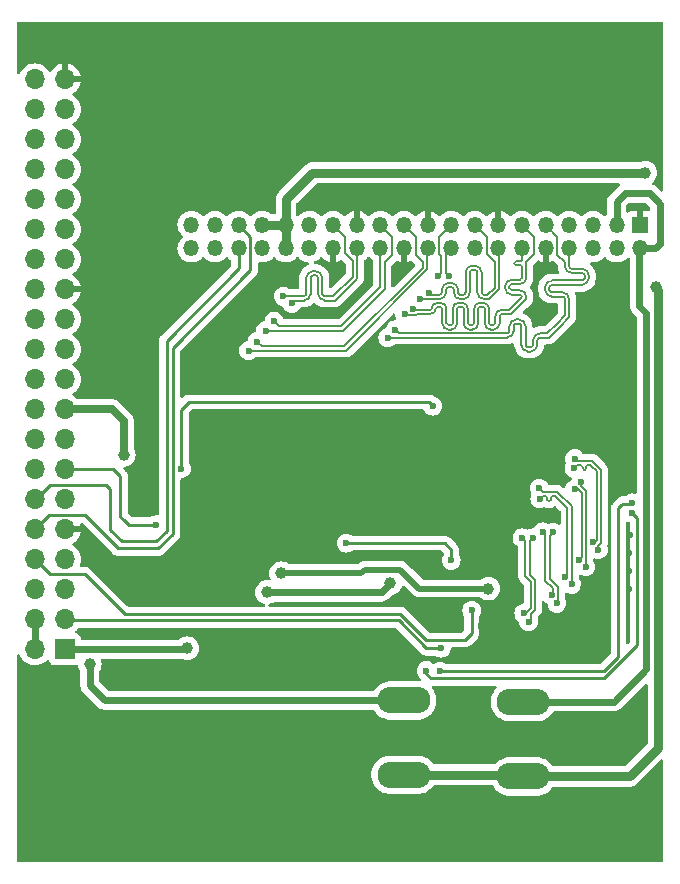
<source format=gbl>
G04 #@! TF.GenerationSoftware,KiCad,Pcbnew,8.0.2*
G04 #@! TF.CreationDate,2024-06-09T13:50:20+05:00*
G04 #@! TF.ProjectId,EDP Converter,45445020-436f-46e7-9665-727465722e6b,rev?*
G04 #@! TF.SameCoordinates,Original*
G04 #@! TF.FileFunction,Copper,L4,Bot*
G04 #@! TF.FilePolarity,Positive*
%FSLAX46Y46*%
G04 Gerber Fmt 4.6, Leading zero omitted, Abs format (unit mm)*
G04 Created by KiCad (PCBNEW 8.0.2) date 2024-06-09 13:50:20*
%MOMM*%
%LPD*%
G01*
G04 APERTURE LIST*
G04 #@! TA.AperFunction,ComponentPad*
%ADD10R,1.350000X1.350000*%
G04 #@! TD*
G04 #@! TA.AperFunction,ComponentPad*
%ADD11O,1.350000X1.350000*%
G04 #@! TD*
G04 #@! TA.AperFunction,ComponentPad*
%ADD12O,4.500000X2.250000*%
G04 #@! TD*
G04 #@! TA.AperFunction,ComponentPad*
%ADD13R,1.700000X1.700000*%
G04 #@! TD*
G04 #@! TA.AperFunction,ComponentPad*
%ADD14O,1.700000X1.700000*%
G04 #@! TD*
G04 #@! TA.AperFunction,ViaPad*
%ADD15C,0.600000*%
G04 #@! TD*
G04 #@! TA.AperFunction,ViaPad*
%ADD16C,1.000000*%
G04 #@! TD*
G04 #@! TA.AperFunction,Conductor*
%ADD17C,0.600000*%
G04 #@! TD*
G04 #@! TA.AperFunction,Conductor*
%ADD18C,0.500000*%
G04 #@! TD*
G04 #@! TA.AperFunction,Conductor*
%ADD19C,0.700000*%
G04 #@! TD*
G04 #@! TA.AperFunction,Conductor*
%ADD20C,0.160000*%
G04 #@! TD*
G04 #@! TA.AperFunction,Conductor*
%ADD21C,0.250000*%
G04 #@! TD*
G04 #@! TA.AperFunction,Conductor*
%ADD22C,0.750000*%
G04 #@! TD*
G04 APERTURE END LIST*
D10*
X148150000Y-89700000D03*
D11*
X148150000Y-91700000D03*
X146150000Y-89700000D03*
X146150000Y-91700000D03*
X144150000Y-89700000D03*
X144150000Y-91700000D03*
X142150000Y-89700000D03*
X142150000Y-91700000D03*
X140150000Y-89700000D03*
X140150000Y-91700000D03*
X138150000Y-89700000D03*
X138150000Y-91700000D03*
X136150000Y-89700000D03*
X136150000Y-91700000D03*
X134150000Y-89700000D03*
X134150000Y-91700000D03*
X132150000Y-89700000D03*
X132150000Y-91700000D03*
X130150000Y-89700000D03*
X130150000Y-91700000D03*
X128150000Y-89700000D03*
X128150000Y-91700000D03*
X126150000Y-89700000D03*
X126150000Y-91700000D03*
X124150000Y-89700000D03*
X124150000Y-91700000D03*
X122150000Y-89700000D03*
X122150000Y-91700000D03*
X120150000Y-89700000D03*
X120150000Y-91700000D03*
X118150000Y-89700000D03*
X118150000Y-91700000D03*
X116150000Y-89700000D03*
X116150000Y-91700000D03*
X114150000Y-89700000D03*
X114150000Y-91700000D03*
X112150000Y-89700000D03*
X112150000Y-91700000D03*
X110150000Y-89700000D03*
X110150000Y-91700000D03*
D12*
X128150000Y-129962500D03*
X128150000Y-136262500D03*
X138250000Y-130100000D03*
X138250000Y-136400000D03*
D13*
X99440000Y-125640000D03*
D14*
X96900000Y-125640000D03*
X99440000Y-123100000D03*
X96900000Y-123100000D03*
X99440000Y-120560000D03*
X96900000Y-120560000D03*
X99440000Y-118020000D03*
X96900000Y-118020000D03*
X99440000Y-115480000D03*
X96900000Y-115480000D03*
X99440000Y-112940000D03*
X96900000Y-112940000D03*
X99440000Y-110400000D03*
X96900000Y-110400000D03*
X99440000Y-107860000D03*
X96900000Y-107860000D03*
X99440000Y-105320000D03*
X96900000Y-105320000D03*
X99440000Y-102780000D03*
X96900000Y-102780000D03*
X99440000Y-100240000D03*
X96900000Y-100240000D03*
X99440000Y-97700000D03*
X96900000Y-97700000D03*
X99440000Y-95160000D03*
X96900000Y-95160000D03*
X99440000Y-92620000D03*
X96900000Y-92620000D03*
X99440000Y-90080000D03*
X96900000Y-90080000D03*
X99440000Y-87540000D03*
X96900000Y-87540000D03*
X99440000Y-85000000D03*
X96900000Y-85000000D03*
X99440000Y-82460000D03*
X96900000Y-82460000D03*
X99440000Y-79920000D03*
X96900000Y-79920000D03*
X99440000Y-77380000D03*
X96900000Y-77380000D03*
D15*
X139900000Y-73450000D03*
X147200000Y-119000000D03*
X125700000Y-112450000D03*
X142100000Y-82550000D03*
X135350000Y-107750000D03*
X131100000Y-111600000D03*
X146000000Y-102600000D03*
X147750000Y-75800000D03*
X121600000Y-128300000D03*
X143350000Y-120500000D03*
X134500000Y-113200000D03*
X115800000Y-118400000D03*
X144450000Y-99100000D03*
X102700000Y-94350000D03*
X127450000Y-86450000D03*
X132250000Y-75200000D03*
X140300000Y-80650000D03*
X134400000Y-106150000D03*
X126900000Y-113550000D03*
X135750000Y-87800000D03*
X131000000Y-113200000D03*
X133800000Y-75100000D03*
X105500000Y-127800000D03*
X131087500Y-122900000D03*
X119600000Y-116600000D03*
X119700000Y-124800000D03*
X112200000Y-112200000D03*
X121550000Y-107300000D03*
X137900000Y-75050000D03*
X121700000Y-139800000D03*
X134600000Y-118550000D03*
X106800000Y-87850000D03*
X108300000Y-75000000D03*
X134700000Y-123700000D03*
X101850000Y-96550000D03*
X125700000Y-113500000D03*
X131950000Y-86550000D03*
X138900000Y-87700000D03*
X134300000Y-86650000D03*
X124750000Y-75000000D03*
X114200000Y-134550000D03*
X107800000Y-95650000D03*
X122350000Y-110150000D03*
X145900000Y-107000000D03*
X121600000Y-105600000D03*
X139950000Y-106150000D03*
X98500000Y-139400000D03*
X124500000Y-87250000D03*
X128100000Y-112450000D03*
X147237500Y-117500000D03*
X142600000Y-103150000D03*
X114550000Y-125050000D03*
X128100000Y-111350000D03*
X139300000Y-75150000D03*
X117800000Y-109650000D03*
X110550000Y-137050000D03*
X102500000Y-83700000D03*
X127750000Y-75150000D03*
X125700000Y-111350000D03*
X145550000Y-95400000D03*
X117150000Y-128350000D03*
X129850000Y-87800000D03*
X127350000Y-87700000D03*
X132500000Y-107050000D03*
X139500000Y-107750000D03*
X146150000Y-140600000D03*
X114600000Y-75000000D03*
X111950000Y-102750000D03*
X144000000Y-80300000D03*
X121950000Y-73500000D03*
X134550000Y-111700000D03*
X108350000Y-79750000D03*
X108350000Y-84550000D03*
X123150000Y-102750000D03*
X139700000Y-83200000D03*
X124750000Y-125050000D03*
X132050000Y-105100000D03*
X102500000Y-88800000D03*
X147700000Y-131500000D03*
X144050000Y-86700000D03*
X123300000Y-124250000D03*
X106550000Y-134600000D03*
X143450000Y-107050000D03*
X129650000Y-86400000D03*
X144550000Y-123700000D03*
X114700000Y-79500000D03*
X130700000Y-75150000D03*
X144300000Y-138750000D03*
X118200000Y-136950000D03*
X106450000Y-139650000D03*
X148200000Y-138600000D03*
X115600000Y-116800000D03*
X121750000Y-134650000D03*
X137500000Y-117050000D03*
X142250000Y-87150000D03*
X122900000Y-75050000D03*
X98550000Y-134450000D03*
X128100000Y-113600000D03*
X147800000Y-80800000D03*
X121200000Y-87550000D03*
X135650000Y-122300000D03*
X147237500Y-120500000D03*
X126888000Y-112450000D03*
D16*
X104450000Y-100700000D03*
D15*
X145100000Y-133350000D03*
X112250000Y-99400000D03*
X137450000Y-102600000D03*
X110100000Y-128200000D03*
X102350000Y-136900000D03*
X114250000Y-139900000D03*
X129200000Y-75100000D03*
X145200000Y-74300000D03*
X120850000Y-97250000D03*
X144650000Y-122000000D03*
X126250000Y-75100000D03*
X105800000Y-114050000D03*
X137650000Y-86400000D03*
X114700000Y-84550000D03*
X147250000Y-115950000D03*
X126900000Y-111350000D03*
D16*
X127000000Y-120050000D03*
X116550000Y-120800000D03*
X117750000Y-119200000D03*
X135300000Y-120500000D03*
X104425000Y-109175000D03*
X109800000Y-125550000D03*
D15*
X139050000Y-116200000D03*
X138700000Y-123300000D03*
X142550000Y-110300000D03*
X144150000Y-116550000D03*
X143000000Y-118050000D03*
X142600000Y-112100000D03*
X139650000Y-112900000D03*
X141800000Y-119550000D03*
X139900000Y-115700000D03*
X140650000Y-121050000D03*
X138150000Y-116200000D03*
X138300000Y-122600000D03*
X147450000Y-114100000D03*
X130050000Y-127450000D03*
X131190000Y-127500000D03*
X147500000Y-113250000D03*
X142350000Y-120150000D03*
X139600000Y-112000000D03*
X143150000Y-111450000D03*
X143550000Y-118650000D03*
X140800000Y-115750000D03*
X141100000Y-121750000D03*
X142600000Y-109500000D03*
X144600000Y-117200000D03*
X131300000Y-125550000D03*
X130600000Y-105050000D03*
X109300000Y-110350000D03*
X133900000Y-122350000D03*
X123250000Y-116650000D03*
X132150000Y-118100000D03*
X130250000Y-95450000D03*
X117150000Y-97850000D03*
X131950000Y-94050000D03*
X128950000Y-96800000D03*
X126800000Y-99250000D03*
X129550000Y-96000000D03*
X115700000Y-99600000D03*
X131050000Y-94050000D03*
X128200000Y-97250000D03*
X116450000Y-98650000D03*
X127400000Y-98600000D03*
X115000000Y-100350000D03*
D16*
X148600000Y-85300000D03*
X149450000Y-95000000D03*
D15*
X107150000Y-115100000D03*
D16*
X101550000Y-126900000D03*
D15*
X118650000Y-96350000D03*
X117950000Y-95750000D03*
D17*
X96900000Y-125640000D02*
X96900000Y-123100000D01*
X116550000Y-120800000D02*
X126250000Y-120800000D01*
X126250000Y-120800000D02*
X127000000Y-120050000D01*
D18*
X124550000Y-119200000D02*
X124850000Y-118900000D01*
X124850000Y-118900000D02*
X126850000Y-118900000D01*
X126850000Y-118900000D02*
X127850000Y-118900000D01*
X128350000Y-119400000D02*
X129450000Y-120500000D01*
X117750000Y-119200000D02*
X124550000Y-119200000D01*
X129450000Y-120500000D02*
X135400000Y-120500000D01*
X127850000Y-118900000D02*
X128350000Y-119400000D01*
D19*
X103420000Y-105320000D02*
X99440000Y-105320000D01*
D17*
X109740000Y-125640000D02*
X109750000Y-125650000D01*
D19*
X104425000Y-109175000D02*
X104425000Y-106325000D01*
X104425000Y-106325000D02*
X103420000Y-105320000D01*
D17*
X99440000Y-125640000D02*
X109740000Y-125640000D01*
D20*
X138780000Y-119325440D02*
X138780000Y-116470000D01*
X139230000Y-122324559D02*
X139230000Y-119775440D01*
X138900000Y-123100000D02*
X138900000Y-122654559D01*
X138700000Y-123300000D02*
X138900000Y-123100000D01*
X138780000Y-116470000D02*
X139050000Y-116200000D01*
X138900000Y-122654559D02*
X139230000Y-122324559D01*
X139230000Y-119775440D02*
X138780000Y-119325440D01*
X142550000Y-110300000D02*
X142795000Y-110055000D01*
X143580489Y-110331000D02*
X143580489Y-110179000D01*
X143394489Y-110455000D02*
X143456489Y-110455000D01*
X143988219Y-110092779D02*
X144470000Y-110574560D01*
X143950440Y-110055000D02*
X143988219Y-110092779D01*
X142795000Y-110055000D02*
X143146489Y-110055000D01*
X143766489Y-110055000D02*
X143950440Y-110055000D01*
X144470000Y-110574560D02*
X144470000Y-116425441D01*
X144345441Y-116550000D02*
X144150000Y-116550000D01*
X143270489Y-110179000D02*
X143270489Y-110331000D01*
X144470000Y-116425441D02*
X144345441Y-116550000D01*
X143704489Y-110055000D02*
X143766489Y-110055000D01*
X143146489Y-110055000D02*
G75*
G02*
X143270500Y-110179000I11J-124000D01*
G01*
X143456489Y-110455000D02*
G75*
G03*
X143580500Y-110331000I11J124000D01*
G01*
X143270489Y-110331000D02*
G75*
G03*
X143394489Y-110455011I124011J0D01*
G01*
X143580489Y-110179000D02*
G75*
G02*
X143704489Y-110054989I124011J0D01*
G01*
X143000000Y-118050000D02*
X143190000Y-117860000D01*
X143190000Y-112394559D02*
X142895441Y-112100000D01*
X143190000Y-117860000D02*
X143190000Y-112394559D01*
X142895441Y-112100000D02*
X142600000Y-112100000D01*
X140950440Y-112655000D02*
X140951602Y-112656162D01*
X140705176Y-112655000D02*
X140767176Y-112655000D01*
X139650000Y-112900000D02*
X139895000Y-112655000D01*
X140395176Y-113105000D02*
X140457176Y-113105000D01*
X139895000Y-112655000D02*
X140147176Y-112655000D01*
X140581176Y-112981000D02*
X140581176Y-112779000D01*
X140271176Y-112779000D02*
X140271176Y-112981000D01*
X141990000Y-119360000D02*
X141800000Y-119550000D01*
X141990000Y-113694560D02*
X141990000Y-119360000D01*
X140951602Y-112656162D02*
X141990000Y-113694560D01*
X140767176Y-112655000D02*
X140950440Y-112655000D01*
X140457176Y-113105000D02*
G75*
G03*
X140581200Y-112981000I24J124000D01*
G01*
X140271176Y-112981000D02*
G75*
G03*
X140395176Y-113105024I124024J0D01*
G01*
X140581176Y-112779000D02*
G75*
G02*
X140705176Y-112654976I124024J0D01*
G01*
X140147176Y-112655000D02*
G75*
G02*
X140271200Y-112779000I24J-124000D01*
G01*
X140740000Y-120444560D02*
X140120000Y-119824560D01*
X140740000Y-120960000D02*
X140740000Y-120444560D01*
X140650000Y-121050000D02*
X140740000Y-120960000D01*
X140120000Y-119824560D02*
X140120000Y-115920000D01*
X140120000Y-115920000D02*
X139900000Y-115700000D01*
X138870000Y-119924560D02*
X138420000Y-119474560D01*
X138300000Y-122600000D02*
X138350000Y-122550000D01*
X138445441Y-122600000D02*
X138870000Y-122175441D01*
X138420000Y-119474560D02*
X138420000Y-116470000D01*
X138300000Y-122600000D02*
X138445441Y-122600000D01*
X138420000Y-116470000D02*
X138150000Y-116200000D01*
X138870000Y-122175441D02*
X138870000Y-119924560D01*
D21*
X130050000Y-127750000D02*
X130050000Y-127450000D01*
X147450000Y-114100000D02*
X147900000Y-114550000D01*
X130400000Y-128100000D02*
X130050000Y-127750000D01*
X147900000Y-125300000D02*
X145100000Y-128100000D01*
X145100000Y-128100000D02*
X130400000Y-128100000D01*
X147900000Y-114550000D02*
X147900000Y-125300000D01*
X146000000Y-126550000D02*
X146050000Y-126550000D01*
X146300000Y-126300000D02*
X146300000Y-118000000D01*
X145050000Y-127500000D02*
X146000000Y-126550000D01*
X146700000Y-113300000D02*
X147500000Y-113300000D01*
X146300000Y-113700000D02*
X146550000Y-113450000D01*
X146300000Y-118000000D02*
X146300000Y-113700000D01*
X131190000Y-127500000D02*
X145050000Y-127500000D01*
X146550000Y-113450000D02*
X146700000Y-113300000D01*
X146050000Y-126550000D02*
X146300000Y-126300000D01*
D20*
X142350000Y-120150000D02*
X142350000Y-113545440D01*
X139600000Y-112000000D02*
X139895000Y-112295000D01*
X141099560Y-112295000D02*
X142350000Y-113545440D01*
X139895000Y-112295000D02*
X141099560Y-112295000D01*
X143550000Y-118650000D02*
X143550000Y-112245441D01*
X143550000Y-112245441D02*
X143150000Y-111845441D01*
X143150000Y-111845441D02*
X143150000Y-111450000D01*
X141180000Y-121670000D02*
X141180000Y-120375440D01*
X141100000Y-121750000D02*
X141180000Y-121670000D01*
X140480000Y-119675440D02*
X140480000Y-116070000D01*
X141180000Y-120375440D02*
X140480000Y-119675440D01*
X140480000Y-116070000D02*
X140800000Y-115750000D01*
X144600000Y-116849534D02*
X144600000Y-117200000D01*
X144830000Y-110425440D02*
X144830000Y-116620000D01*
X142795000Y-109695000D02*
X144099560Y-109695000D01*
X144680466Y-116769534D02*
X144680000Y-116769534D01*
X144680000Y-116769534D02*
X144600000Y-116849534D01*
X144099560Y-109695000D02*
X144830000Y-110425440D01*
X142600000Y-109500000D02*
X142795000Y-109695000D01*
X144830000Y-116620000D02*
X144680466Y-116769534D01*
D21*
X127700000Y-123200000D02*
X130050000Y-125550000D01*
X99540000Y-123200000D02*
X127700000Y-123200000D01*
X130050000Y-125550000D02*
X131300000Y-125550000D01*
X99440000Y-123100000D02*
X99540000Y-123200000D01*
X125450000Y-104700000D02*
X130300000Y-104700000D01*
X109950000Y-104700000D02*
X110150000Y-104700000D01*
X109300000Y-110350000D02*
X109300000Y-105350000D01*
X110150000Y-104700000D02*
X125450000Y-104700000D01*
X109300000Y-105350000D02*
X109950000Y-104700000D01*
X130300000Y-104700000D02*
X130600000Y-105000000D01*
X101150000Y-119300000D02*
X98180000Y-119300000D01*
X133300000Y-124850000D02*
X130050000Y-124850000D01*
X98180000Y-119300000D02*
X96900000Y-118020000D01*
X127850000Y-122650000D02*
X104500000Y-122650000D01*
X130050000Y-124850000D02*
X127850000Y-122650000D01*
X104500000Y-122650000D02*
X101150000Y-119300000D01*
X133900000Y-122350000D02*
X133900000Y-124250000D01*
X133900000Y-124250000D02*
X133300000Y-124850000D01*
X132150000Y-117200000D02*
X132150000Y-118100000D01*
X131600000Y-116650000D02*
X132150000Y-117200000D01*
X123250000Y-116650000D02*
X131600000Y-116650000D01*
D17*
X138250000Y-130100000D02*
X145900000Y-130100000D01*
X149800000Y-91300000D02*
X149800000Y-87900000D01*
X146150000Y-87750000D02*
X146150000Y-89700000D01*
X148050000Y-91800000D02*
X148150000Y-91700000D01*
X149800000Y-87900000D02*
X148950000Y-87050000D01*
X148950000Y-87050000D02*
X146850000Y-87050000D01*
X148050000Y-96550000D02*
X148050000Y-91800000D01*
X145900000Y-130100000D02*
X148650000Y-127350000D01*
X146850000Y-87050000D02*
X146150000Y-87750000D01*
X148650000Y-97150000D02*
X148050000Y-96550000D01*
X148650000Y-127350000D02*
X148650000Y-97150000D01*
X149400000Y-91700000D02*
X149800000Y-91300000D01*
X148150000Y-91700000D02*
X149400000Y-91700000D01*
D20*
X135145693Y-95640000D02*
X135205440Y-95640000D01*
X130250000Y-95450000D02*
X130440000Y-95640000D01*
X134725693Y-93740000D02*
X134725693Y-95420000D01*
X135150000Y-90700000D02*
X134150000Y-89700000D01*
X132945693Y-95640000D02*
X133145693Y-95640000D01*
X135820000Y-92870000D02*
X135150000Y-92200000D01*
X134945693Y-95640000D02*
X135145693Y-95640000D01*
X135205440Y-95640000D02*
X135820000Y-95025440D01*
X133365693Y-95420000D02*
X133365693Y-93740000D01*
X131945693Y-94610000D02*
X132145693Y-94610000D01*
X130440000Y-95640000D02*
X131145693Y-95640000D01*
X135820000Y-93488726D02*
X135820000Y-92870000D01*
X135150000Y-92200000D02*
X135150000Y-90700000D01*
X132725693Y-95190000D02*
X132725693Y-95420000D01*
X133945693Y-93160000D02*
X134145693Y-93160000D01*
X131365693Y-95420000D02*
X131365693Y-95190000D01*
X135820000Y-95025440D02*
X135820000Y-93488726D01*
X131365693Y-95190000D02*
G75*
G02*
X131945693Y-94609993I580007J0D01*
G01*
X132725693Y-95420000D02*
G75*
G03*
X132945693Y-95640007I220007J0D01*
G01*
X131145693Y-95640000D02*
G75*
G03*
X131365700Y-95420000I7J220000D01*
G01*
X134725693Y-95420000D02*
G75*
G03*
X134945693Y-95640007I220007J0D01*
G01*
X133365693Y-93740000D02*
G75*
G02*
X133945693Y-93159993I580007J0D01*
G01*
X133145693Y-95640000D02*
G75*
G03*
X133365700Y-95420000I7J220000D01*
G01*
X134145693Y-93160000D02*
G75*
G02*
X134725700Y-93740000I7J-580000D01*
G01*
X132145693Y-94610000D02*
G75*
G02*
X132725700Y-95190000I7J-580000D01*
G01*
X117150000Y-97850000D02*
X117590000Y-98290000D01*
X122855440Y-98290000D02*
X126150000Y-94995440D01*
X126150000Y-94995440D02*
X126150000Y-91700000D01*
X117590000Y-98290000D02*
X122855440Y-98290000D01*
X131680000Y-92170000D02*
X132150000Y-91700000D01*
X131680000Y-93780000D02*
X131680000Y-92170000D01*
X131950000Y-94050000D02*
X131680000Y-93780000D01*
X134091623Y-97250000D02*
X134091623Y-96780000D01*
X128950000Y-96800000D02*
X129040000Y-96890000D01*
X137970000Y-95615440D02*
X137260000Y-95615440D01*
X135351623Y-96780000D02*
X135351623Y-96890000D01*
X132291623Y-97250000D02*
X132291623Y-96780000D01*
X138150000Y-94175440D02*
X138150000Y-93995440D01*
X132761623Y-96310000D02*
X133081623Y-96310000D01*
X136431623Y-96890000D02*
X136611623Y-96890000D01*
X132291623Y-98040000D02*
X132291623Y-97250000D01*
X138150000Y-93995440D02*
X138150000Y-93602105D01*
X138150000Y-93283109D02*
X138150000Y-93602105D01*
X131931623Y-98220000D02*
X132111623Y-98220000D01*
X131751623Y-96890000D02*
X131751623Y-98040000D01*
X135531623Y-98220000D02*
X135711623Y-98220000D01*
X131751623Y-96780000D02*
X131751623Y-96890000D01*
X136720000Y-95075440D02*
X136720000Y-94895440D01*
X135891623Y-98040000D02*
X135891623Y-97430000D01*
X137500000Y-92911109D02*
X137500000Y-92973109D01*
X136611623Y-96890000D02*
X137055440Y-96890000D01*
X134561623Y-96310000D02*
X134881623Y-96310000D01*
X133551623Y-96780000D02*
X133551623Y-96890000D01*
X137624000Y-93097109D02*
X138026000Y-93097109D01*
X138150000Y-93221109D02*
X138150000Y-93283109D01*
X130961623Y-96310000D02*
X131281623Y-96310000D01*
X129040000Y-96890000D02*
X130381623Y-96890000D01*
X135351623Y-96890000D02*
X135351623Y-98040000D01*
X133551623Y-96890000D02*
X133551623Y-98040000D01*
X134091623Y-98040000D02*
X134091623Y-97250000D01*
X138026000Y-92787109D02*
X137624000Y-92787109D01*
X138150000Y-91700000D02*
X138150000Y-92663109D01*
X137055440Y-96890000D02*
X138150000Y-95795440D01*
X137260000Y-94355440D02*
X137970000Y-94355440D01*
X133731623Y-98220000D02*
X133911623Y-98220000D01*
X131281623Y-96310000D02*
G75*
G02*
X131751600Y-96780000I-23J-470000D01*
G01*
X135711623Y-98220000D02*
G75*
G03*
X135891600Y-98040000I-23J180000D01*
G01*
X130491623Y-96780000D02*
G75*
G02*
X130961623Y-96310023I469977J0D01*
G01*
X134881623Y-96310000D02*
G75*
G02*
X135351600Y-96780000I-23J-470000D01*
G01*
X133081623Y-96310000D02*
G75*
G02*
X133551600Y-96780000I-23J-470000D01*
G01*
X136720000Y-94895440D02*
G75*
G02*
X137260000Y-94355400I540000J40D01*
G01*
X133551623Y-98040000D02*
G75*
G03*
X133731623Y-98219977I179977J0D01*
G01*
X131751623Y-98040000D02*
G75*
G03*
X131931623Y-98219977I179977J0D01*
G01*
X130381623Y-96890000D02*
G75*
G03*
X130491600Y-96780000I-23J110000D01*
G01*
X138150000Y-95795440D02*
G75*
G03*
X137970000Y-95615400I-180000J40D01*
G01*
X137970000Y-94355440D02*
G75*
G03*
X138150040Y-94175440I0J180040D01*
G01*
X137500000Y-92973109D02*
G75*
G03*
X137624000Y-93097100I124000J9D01*
G01*
X135351623Y-98040000D02*
G75*
G03*
X135531623Y-98219977I179977J0D01*
G01*
X138026000Y-93097109D02*
G75*
G02*
X138149991Y-93221109I0J-123991D01*
G01*
X135891623Y-97430000D02*
G75*
G02*
X136431623Y-96890023I539977J0D01*
G01*
X133911623Y-98220000D02*
G75*
G03*
X134091600Y-98040000I-23J180000D01*
G01*
X137624000Y-92787109D02*
G75*
G03*
X137500009Y-92911109I0J-123991D01*
G01*
X132111623Y-98220000D02*
G75*
G03*
X132291600Y-98040000I-23J180000D01*
G01*
X137260000Y-95615440D02*
G75*
G02*
X136719960Y-95075440I0J540040D01*
G01*
X138150000Y-92663109D02*
G75*
G02*
X138026000Y-92787100I-124000J9D01*
G01*
X134091623Y-96780000D02*
G75*
G02*
X134561623Y-96310023I469977J0D01*
G01*
X132291623Y-96780000D02*
G75*
G02*
X132761623Y-96310023I469977J0D01*
G01*
X143230000Y-94774951D02*
X142350000Y-94774951D01*
X138083273Y-98670000D02*
X138083273Y-99850000D01*
X139443273Y-99850000D02*
X139443273Y-99470000D01*
X140404560Y-99250000D02*
X141338192Y-98316368D01*
X137443273Y-98670000D02*
X137443273Y-98290000D01*
X142130000Y-96194951D02*
X142130000Y-96655618D01*
X137663273Y-98070000D02*
X137863273Y-98070000D01*
X142150000Y-91700000D02*
X142130000Y-91720000D01*
X143810000Y-93994951D02*
X143810000Y-94194951D01*
X142130000Y-95994951D02*
X142130000Y-96194951D01*
X142350000Y-94774951D02*
X140670000Y-94774951D01*
X142130000Y-91720000D02*
X142130000Y-93194951D01*
X126800000Y-99250000D02*
X136863273Y-99250000D01*
X142350000Y-93414951D02*
X143230000Y-93414951D01*
X142130000Y-97524560D02*
X142130000Y-96655618D01*
X138663273Y-100430000D02*
X138863273Y-100430000D01*
X139863273Y-99250000D02*
X140404560Y-99250000D01*
X139663273Y-99250000D02*
X139863273Y-99250000D01*
X140670000Y-95414951D02*
X141550000Y-95414951D01*
X141338192Y-98316368D02*
X142130000Y-97524560D01*
X138083273Y-98290000D02*
X138083273Y-98670000D01*
X140450000Y-94994951D02*
X140450000Y-95194951D01*
X137443273Y-98290000D02*
G75*
G02*
X137663273Y-98069973I220027J0D01*
G01*
X138083273Y-99850000D02*
G75*
G03*
X138663273Y-100430027I580027J0D01*
G01*
X143810000Y-94194951D02*
G75*
G02*
X143230000Y-94775000I-580000J-49D01*
G01*
X141550000Y-95414951D02*
G75*
G02*
X142130049Y-95994951I0J-580049D01*
G01*
X136863273Y-99250000D02*
G75*
G03*
X137443300Y-98670000I27J580000D01*
G01*
X137863273Y-98070000D02*
G75*
G02*
X138083300Y-98290000I27J-220000D01*
G01*
X140670000Y-94774951D02*
G75*
G03*
X140449951Y-94994951I0J-220049D01*
G01*
X140450000Y-95194951D02*
G75*
G03*
X140670000Y-95414900I220000J51D01*
G01*
X139443273Y-99470000D02*
G75*
G02*
X139663273Y-99249973I220027J0D01*
G01*
X142130000Y-93194951D02*
G75*
G03*
X142350000Y-93414900I220000J51D01*
G01*
X138863273Y-100430000D02*
G75*
G03*
X139443300Y-99850000I27J580000D01*
G01*
X143230000Y-93414951D02*
G75*
G02*
X143810049Y-93994951I0J-580049D01*
G01*
X129550000Y-96000000D02*
X131145693Y-96000000D01*
X134365693Y-93740000D02*
X134365693Y-95420000D01*
X135145693Y-96000000D02*
X135354560Y-96000000D01*
X134945693Y-96000000D02*
X135145693Y-96000000D01*
X133945693Y-93520000D02*
X134145693Y-93520000D01*
X133725693Y-95420000D02*
X133725693Y-93740000D01*
X132365693Y-95190000D02*
X132365693Y-95420000D01*
X136180000Y-91730000D02*
X136150000Y-91700000D01*
X132945693Y-96000000D02*
X133145693Y-96000000D01*
X135354560Y-96000000D02*
X136180000Y-95174560D01*
X131945693Y-94970000D02*
X132145693Y-94970000D01*
X136180000Y-95174560D02*
X136180000Y-93488726D01*
X131725693Y-95420000D02*
X131725693Y-95190000D01*
X136180000Y-93488726D02*
X136180000Y-91730000D01*
X133145693Y-96000000D02*
G75*
G03*
X133725700Y-95420000I7J580000D01*
G01*
X133725693Y-93740000D02*
G75*
G02*
X133945693Y-93519993I220007J0D01*
G01*
X132365693Y-95420000D02*
G75*
G03*
X132945693Y-96000007I580007J0D01*
G01*
X134365693Y-95420000D02*
G75*
G03*
X134945693Y-96000007I580007J0D01*
G01*
X132145693Y-94970000D02*
G75*
G02*
X132365700Y-95190000I7J-220000D01*
G01*
X131145693Y-96000000D02*
G75*
G03*
X131725700Y-95420000I7J580000D01*
G01*
X131725693Y-95190000D02*
G75*
G02*
X131945693Y-94969993I220007J0D01*
G01*
X134145693Y-93520000D02*
G75*
G02*
X134365700Y-93740000I7J-220000D01*
G01*
X123105440Y-99990000D02*
X129770000Y-93325440D01*
X129150000Y-92250000D02*
X129150000Y-90700000D01*
X129770000Y-92870000D02*
X129150000Y-92250000D01*
X116090000Y-99990000D02*
X123105440Y-99990000D01*
X115700000Y-99600000D02*
X116090000Y-99990000D01*
X129770000Y-93325440D02*
X129770000Y-92870000D01*
X129150000Y-90700000D02*
X128150000Y-89700000D01*
X131320000Y-92320000D02*
X131150000Y-92150000D01*
X131320000Y-93780000D02*
X131320000Y-92320000D01*
X131050000Y-94050000D02*
X131320000Y-93780000D01*
X131150000Y-90700000D02*
X132150000Y-89700000D01*
X131150000Y-92150000D02*
X131150000Y-90700000D01*
X138510000Y-93602105D02*
X138510000Y-92840000D01*
X134991623Y-96890000D02*
X134991623Y-98040000D01*
X138510000Y-93995440D02*
X138510000Y-93602105D01*
X132761623Y-96670000D02*
X133081623Y-96670000D01*
X136431623Y-97250000D02*
X136611623Y-97250000D01*
X134451623Y-97250000D02*
X134451623Y-96780000D01*
X137260000Y-94715440D02*
X137970000Y-94715440D01*
X132651623Y-98040000D02*
X132651623Y-97250000D01*
X131391623Y-96780000D02*
X131391623Y-96890000D01*
X128280000Y-97330000D02*
X129169534Y-97330000D01*
X133731623Y-98580000D02*
X133911623Y-98580000D01*
X134451623Y-98040000D02*
X134451623Y-97250000D01*
X134991623Y-96780000D02*
X134991623Y-96890000D01*
X133191623Y-96890000D02*
X133191623Y-98040000D01*
X139150000Y-90700000D02*
X138150000Y-89700000D01*
X135531623Y-98580000D02*
X135711623Y-98580000D01*
X131931623Y-98580000D02*
X132111623Y-98580000D01*
X128200000Y-97250000D02*
X128280000Y-97330000D01*
X138510000Y-95944560D02*
X138510000Y-95795440D01*
X134561623Y-96670000D02*
X134881623Y-96670000D01*
X137970000Y-95255440D02*
X137260000Y-95255440D01*
X137204560Y-97250000D02*
X138510000Y-95944560D01*
X136251623Y-98040000D02*
X136251623Y-97430000D01*
X133191623Y-96780000D02*
X133191623Y-96890000D01*
X129169534Y-97330000D02*
X129249534Y-97250000D01*
X132651623Y-97250000D02*
X132651623Y-96780000D01*
X139150000Y-92200000D02*
X139150000Y-90700000D01*
X137080000Y-95075440D02*
X137080000Y-94895440D01*
X138510000Y-94175440D02*
X138510000Y-93995440D01*
X136611623Y-97250000D02*
X137204560Y-97250000D01*
X130961623Y-96670000D02*
X131281623Y-96670000D01*
X138510000Y-92840000D02*
X139150000Y-92200000D01*
X131391623Y-96890000D02*
X131391623Y-98040000D01*
X129249534Y-97250000D02*
X130381623Y-97250000D01*
X132651623Y-96780000D02*
G75*
G02*
X132761623Y-96670023I109977J0D01*
G01*
X138510000Y-95795440D02*
G75*
G03*
X137970000Y-95255400I-540000J40D01*
G01*
X133081623Y-96670000D02*
G75*
G02*
X133191600Y-96780000I-23J-110000D01*
G01*
X137080000Y-94895440D02*
G75*
G02*
X137260000Y-94715400I180000J40D01*
G01*
X136251623Y-97430000D02*
G75*
G02*
X136431623Y-97250023I179977J0D01*
G01*
X133911623Y-98580000D02*
G75*
G03*
X134451600Y-98040000I-23J540000D01*
G01*
X135711623Y-98580000D02*
G75*
G03*
X136251600Y-98040000I-23J540000D01*
G01*
X131391623Y-98040000D02*
G75*
G03*
X131931623Y-98579977I539977J0D01*
G01*
X133191623Y-98040000D02*
G75*
G03*
X133731623Y-98579977I539977J0D01*
G01*
X134991623Y-98040000D02*
G75*
G03*
X135531623Y-98579977I539977J0D01*
G01*
X134451623Y-96780000D02*
G75*
G02*
X134561623Y-96670023I109977J0D01*
G01*
X134881623Y-96670000D02*
G75*
G02*
X134991600Y-96780000I-23J-110000D01*
G01*
X132111623Y-98580000D02*
G75*
G03*
X132651600Y-98040000I-23J540000D01*
G01*
X130381623Y-97250000D02*
G75*
G03*
X130851600Y-96780000I-23J470000D01*
G01*
X130851623Y-96780000D02*
G75*
G02*
X130961623Y-96670023I109977J0D01*
G01*
X131281623Y-96670000D02*
G75*
G02*
X131391600Y-96780000I-23J-110000D01*
G01*
X137970000Y-94715440D02*
G75*
G03*
X138510040Y-94175440I0J540040D01*
G01*
X137260000Y-95255440D02*
G75*
G02*
X137079960Y-95075440I0J180040D01*
G01*
X126510000Y-92890000D02*
X127150000Y-92250000D01*
X127150000Y-90700000D02*
X126150000Y-89700000D01*
X116450000Y-98650000D02*
X123004560Y-98650000D01*
X123004560Y-98650000D02*
X126510000Y-95144560D01*
X127150000Y-92250000D02*
X127150000Y-90700000D01*
X126510000Y-95144560D02*
X126510000Y-92890000D01*
X139083273Y-99850000D02*
X139083273Y-99470000D01*
X143450000Y-93994951D02*
X143450000Y-94194951D01*
X141770000Y-97375440D02*
X141770000Y-96655618D01*
X138443273Y-98670000D02*
X138443273Y-99850000D01*
X137663273Y-97710000D02*
X137863273Y-97710000D01*
X138663273Y-100070000D02*
X138863273Y-100070000D01*
X140670000Y-95774951D02*
X141550000Y-95774951D01*
X127400000Y-98600000D02*
X127690000Y-98890000D01*
X141150000Y-90700000D02*
X141150000Y-92250000D01*
X141770000Y-95994951D02*
X141770000Y-96194951D01*
X141770000Y-92870000D02*
X141770000Y-93194951D01*
X140255440Y-98890000D02*
X141083632Y-98061808D01*
X139663273Y-98890000D02*
X139863273Y-98890000D01*
X138443273Y-98290000D02*
X138443273Y-98670000D01*
X140090000Y-94994951D02*
X140090000Y-95194951D01*
X127690000Y-98890000D02*
X136863273Y-98890000D01*
X142350000Y-94414951D02*
X140670000Y-94414951D01*
X141150000Y-92250000D02*
X141770000Y-92870000D01*
X140150000Y-89700000D02*
X141150000Y-90700000D01*
X143230000Y-94414951D02*
X142350000Y-94414951D01*
X141083632Y-98061808D02*
X141770000Y-97375440D01*
X139863273Y-98890000D02*
X140255440Y-98890000D01*
X141770000Y-96194951D02*
X141770000Y-96655618D01*
X142350000Y-93774951D02*
X143230000Y-93774951D01*
X137083273Y-98670000D02*
X137083273Y-98290000D01*
X139083273Y-99470000D02*
G75*
G02*
X139663273Y-98889973I580027J0D01*
G01*
X140090000Y-95194951D02*
G75*
G03*
X140670000Y-95775000I580000J-49D01*
G01*
X137863273Y-97710000D02*
G75*
G02*
X138443300Y-98290000I27J-580000D01*
G01*
X140670000Y-94414951D02*
G75*
G03*
X140089951Y-94994951I0J-580049D01*
G01*
X143450000Y-94194951D02*
G75*
G02*
X143230000Y-94414900I-220000J51D01*
G01*
X143230000Y-93774951D02*
G75*
G02*
X143450049Y-93994951I0J-220049D01*
G01*
X141550000Y-95774951D02*
G75*
G02*
X141770049Y-95994951I0J-220049D01*
G01*
X141770000Y-93194951D02*
G75*
G03*
X142350000Y-93775000I580000J-49D01*
G01*
X136863273Y-98890000D02*
G75*
G03*
X137083300Y-98670000I27J220000D01*
G01*
X137083273Y-98290000D02*
G75*
G02*
X137663273Y-97709973I580027J0D01*
G01*
X138443273Y-99850000D02*
G75*
G03*
X138663273Y-100070027I220027J0D01*
G01*
X138863273Y-100070000D02*
G75*
G03*
X139083300Y-99850000I27J220000D01*
G01*
X115000000Y-100350000D02*
X123254560Y-100350000D01*
X130130000Y-91720000D02*
X130150000Y-91700000D01*
X130130000Y-93474560D02*
X130130000Y-91720000D01*
X123254560Y-100350000D02*
X130130000Y-93474560D01*
D22*
X120400000Y-85300000D02*
X118150000Y-87550000D01*
X148600000Y-85300000D02*
X120400000Y-85300000D01*
X128150000Y-136262500D02*
X138112500Y-136262500D01*
X138112500Y-136262500D02*
X138250000Y-136400000D01*
X149650000Y-134000000D02*
X149650000Y-95250000D01*
X116150000Y-89700000D02*
X118150000Y-89700000D01*
X147250000Y-136400000D02*
X149650000Y-134000000D01*
X118150000Y-91700000D02*
X118150000Y-89700000D01*
X149650000Y-95250000D02*
X149450000Y-95050000D01*
X118150000Y-87550000D02*
X118150000Y-89700000D01*
X138250000Y-136400000D02*
X147250000Y-136400000D01*
D21*
X102950000Y-111700000D02*
X103300000Y-112050000D01*
X104250000Y-116500000D02*
X107150000Y-116500000D01*
X96960000Y-112940000D02*
X98200000Y-111700000D01*
X103300000Y-112050000D02*
X103300000Y-115550000D01*
X107150000Y-116500000D02*
X108050000Y-115600000D01*
X96900000Y-112940000D02*
X96960000Y-112940000D01*
X114150000Y-93400000D02*
X114150000Y-91700000D01*
X108050000Y-115600000D02*
X108050000Y-99500000D01*
X98200000Y-111700000D02*
X102950000Y-111700000D01*
X108050000Y-99500000D02*
X114150000Y-93400000D01*
X103300000Y-115550000D02*
X104250000Y-116500000D01*
X98080000Y-114300000D02*
X101150000Y-114300000D01*
X115150000Y-90700000D02*
X114150000Y-89700000D01*
X107350000Y-117100000D02*
X108600000Y-115850000D01*
X108600000Y-100100000D02*
X115150000Y-93550000D01*
X103950000Y-117100000D02*
X107350000Y-117100000D01*
X115150000Y-93550000D02*
X115150000Y-90700000D01*
X96900000Y-115480000D02*
X98080000Y-114300000D01*
X101150000Y-114300000D02*
X103950000Y-117100000D01*
X108600000Y-115850000D02*
X108600000Y-100100000D01*
X104450000Y-114700000D02*
X104850000Y-115100000D01*
X104850000Y-115100000D02*
X107150000Y-115100000D01*
X104150000Y-111000000D02*
X104150000Y-112200000D01*
X99440000Y-110400000D02*
X103550000Y-110400000D01*
X104000000Y-110850000D02*
X104150000Y-111000000D01*
X103550000Y-110400000D02*
X104000000Y-110850000D01*
X104150000Y-112200000D02*
X104150000Y-114400000D01*
X104150000Y-114400000D02*
X104450000Y-114700000D01*
D17*
X102812500Y-129962500D02*
X102150000Y-129300000D01*
X101550000Y-126900000D02*
X101550000Y-126950000D01*
X101550000Y-128700000D02*
X101550000Y-126900000D01*
X102150000Y-129300000D02*
X101550000Y-128700000D01*
X128150000Y-129962500D02*
X102812500Y-129962500D01*
D20*
X121659772Y-96110000D02*
X122294560Y-96110000D01*
X120459772Y-93980000D02*
X120659772Y-93980000D01*
X120879772Y-94200000D02*
X120879772Y-95530000D01*
X124169050Y-91719050D02*
X124150000Y-91700000D01*
X122294560Y-96110000D02*
X124063610Y-94340950D01*
X124063610Y-94340950D02*
X124169050Y-94235510D01*
X124169050Y-94235510D02*
X124169050Y-91719050D01*
X118890000Y-96110000D02*
X119659772Y-96110000D01*
X118650000Y-96350000D02*
X118890000Y-96110000D01*
X120239772Y-95530000D02*
X120239772Y-94200000D01*
X121459772Y-96110000D02*
X121659772Y-96110000D01*
X120659772Y-93980000D02*
G75*
G02*
X120879800Y-94200000I28J-220000D01*
G01*
X120239772Y-94200000D02*
G75*
G02*
X120459772Y-93979972I220028J0D01*
G01*
X120879772Y-95530000D02*
G75*
G03*
X121459772Y-96110028I580028J0D01*
G01*
X119659772Y-96110000D02*
G75*
G03*
X120239800Y-95530000I28J580000D01*
G01*
X121239772Y-94200000D02*
X121239772Y-95530000D01*
X123809050Y-92759050D02*
X123150000Y-92100000D01*
X123150000Y-90700000D02*
X122150000Y-89700000D01*
X120459772Y-93620000D02*
X120659772Y-93620000D01*
X123809050Y-94086390D02*
X123809050Y-92759050D01*
X121459772Y-95750000D02*
X121659772Y-95750000D01*
X122145440Y-95750000D02*
X123809050Y-94086390D01*
X117950000Y-95750000D02*
X119659772Y-95750000D01*
X121659772Y-95750000D02*
X122145440Y-95750000D01*
X119879772Y-95530000D02*
X119879772Y-94200000D01*
X123150000Y-92100000D02*
X123150000Y-90700000D01*
X119879772Y-94200000D02*
G75*
G02*
X120459772Y-93619972I580028J0D01*
G01*
X121239772Y-95530000D02*
G75*
G03*
X121459772Y-95750028I220028J0D01*
G01*
X119659772Y-95750000D02*
G75*
G03*
X119879800Y-95530000I28J220000D01*
G01*
X120659772Y-93620000D02*
G75*
G02*
X121239800Y-94200000I28J-580000D01*
G01*
G04 #@! TA.AperFunction,Conductor*
G36*
X95605703Y-126085483D02*
G01*
X95636881Y-126126790D01*
X95661608Y-126179816D01*
X95725965Y-126317830D01*
X95725967Y-126317834D01*
X95812857Y-126441925D01*
X95861505Y-126511401D01*
X96028599Y-126678495D01*
X96125384Y-126746265D01*
X96222165Y-126814032D01*
X96222167Y-126814033D01*
X96222170Y-126814035D01*
X96436337Y-126913903D01*
X96664592Y-126975063D01*
X96841034Y-126990500D01*
X96899999Y-126995659D01*
X96900000Y-126995659D01*
X96900001Y-126995659D01*
X96958966Y-126990500D01*
X97135408Y-126975063D01*
X97363663Y-126913903D01*
X97577830Y-126814035D01*
X97771401Y-126678495D01*
X97893329Y-126556566D01*
X97954648Y-126523084D01*
X98024340Y-126528068D01*
X98080274Y-126569939D01*
X98097189Y-126600917D01*
X98146202Y-126732328D01*
X98146206Y-126732335D01*
X98232452Y-126847544D01*
X98232455Y-126847547D01*
X98347664Y-126933793D01*
X98347671Y-126933797D01*
X98482517Y-126984091D01*
X98482516Y-126984091D01*
X98489444Y-126984835D01*
X98542127Y-126990500D01*
X100337872Y-126990499D01*
X100397483Y-126984091D01*
X100397485Y-126984090D01*
X100397487Y-126984090D01*
X100405031Y-126982308D01*
X100405390Y-126983827D01*
X100466167Y-126979475D01*
X100527493Y-127012955D01*
X100560984Y-127074275D01*
X100563223Y-127088488D01*
X100563975Y-127096129D01*
X100621187Y-127284730D01*
X100709524Y-127449996D01*
X100714090Y-127458538D01*
X100721350Y-127467385D01*
X100748666Y-127531691D01*
X100749500Y-127546052D01*
X100749500Y-128778846D01*
X100780261Y-128933489D01*
X100780264Y-128933501D01*
X100840602Y-129079172D01*
X100840609Y-129079185D01*
X100928210Y-129210288D01*
X100928213Y-129210292D01*
X101299781Y-129581859D01*
X101528211Y-129810289D01*
X102190711Y-130472789D01*
X102302211Y-130584289D01*
X102302212Y-130584290D01*
X102433315Y-130671890D01*
X102433321Y-130671894D01*
X102536333Y-130714562D01*
X102579002Y-130732237D01*
X102733652Y-130762999D01*
X102733655Y-130763000D01*
X102733657Y-130763000D01*
X102733658Y-130763000D01*
X125534188Y-130763000D01*
X125601227Y-130782685D01*
X125634506Y-130814115D01*
X125785132Y-131021435D01*
X125785136Y-131021440D01*
X125966059Y-131202363D01*
X125966064Y-131202367D01*
X126146607Y-131333538D01*
X126173053Y-131352752D01*
X126322080Y-131428685D01*
X126401024Y-131468910D01*
X126401027Y-131468911D01*
X126466700Y-131490249D01*
X126644361Y-131547974D01*
X126897070Y-131588000D01*
X126897071Y-131588000D01*
X129402929Y-131588000D01*
X129402930Y-131588000D01*
X129655639Y-131547974D01*
X129898975Y-131468910D01*
X130126947Y-131352752D01*
X130333942Y-131202362D01*
X130514862Y-131021442D01*
X130665252Y-130814447D01*
X130781410Y-130586475D01*
X130860474Y-130343139D01*
X130900500Y-130090430D01*
X130900500Y-129834570D01*
X130860474Y-129581861D01*
X130781410Y-129338525D01*
X130781410Y-129338524D01*
X130735310Y-129248049D01*
X130665252Y-129110553D01*
X130642458Y-129079179D01*
X130528542Y-128922385D01*
X130505062Y-128856578D01*
X130520888Y-128788525D01*
X130570994Y-128739830D01*
X130628860Y-128725500D01*
X135901334Y-128725500D01*
X135968373Y-128745185D01*
X136014128Y-128797989D01*
X136024072Y-128867147D01*
X135995047Y-128930703D01*
X135989015Y-128937181D01*
X135885136Y-129041059D01*
X135885132Y-129041064D01*
X135734750Y-129248049D01*
X135618589Y-129476024D01*
X135618588Y-129476027D01*
X135539526Y-129719359D01*
X135499500Y-129972070D01*
X135499500Y-130227929D01*
X135539526Y-130480640D01*
X135618588Y-130723972D01*
X135618589Y-130723975D01*
X135664688Y-130814447D01*
X135712839Y-130908949D01*
X135734750Y-130951950D01*
X135885132Y-131158935D01*
X135885136Y-131158940D01*
X136066059Y-131339863D01*
X136066064Y-131339867D01*
X136246607Y-131471038D01*
X136273053Y-131490252D01*
X136422080Y-131566185D01*
X136501024Y-131606410D01*
X136501027Y-131606411D01*
X136622693Y-131645942D01*
X136744361Y-131685474D01*
X136997070Y-131725500D01*
X136997071Y-131725500D01*
X139502929Y-131725500D01*
X139502930Y-131725500D01*
X139755639Y-131685474D01*
X139998975Y-131606410D01*
X140226947Y-131490252D01*
X140433942Y-131339862D01*
X140614862Y-131158942D01*
X140629637Y-131138605D01*
X140765494Y-130951615D01*
X140820824Y-130908949D01*
X140865812Y-130900500D01*
X145978844Y-130900500D01*
X145978845Y-130900499D01*
X146133497Y-130869737D01*
X146266980Y-130814447D01*
X146279172Y-130809397D01*
X146279172Y-130809396D01*
X146279179Y-130809394D01*
X146410289Y-130721789D01*
X148562819Y-128569257D01*
X148624142Y-128535773D01*
X148693834Y-128540757D01*
X148749767Y-128582629D01*
X148774184Y-128648093D01*
X148774500Y-128656939D01*
X148774500Y-133585994D01*
X148754815Y-133653033D01*
X148738181Y-133673675D01*
X146923675Y-135488181D01*
X146862352Y-135521666D01*
X146835994Y-135524500D01*
X140811321Y-135524500D01*
X140744282Y-135504815D01*
X140711004Y-135473387D01*
X140614862Y-135341058D01*
X140433942Y-135160138D01*
X140433940Y-135160136D01*
X140433935Y-135160132D01*
X140226950Y-135009750D01*
X140226949Y-135009749D01*
X140226947Y-135009748D01*
X140142736Y-134966840D01*
X139998975Y-134893589D01*
X139998972Y-134893588D01*
X139755640Y-134814526D01*
X139592230Y-134788644D01*
X139502930Y-134774500D01*
X136997070Y-134774500D01*
X136912833Y-134787842D01*
X136744359Y-134814526D01*
X136501027Y-134893588D01*
X136501024Y-134893589D01*
X136273049Y-135009750D01*
X136066064Y-135160132D01*
X136066059Y-135160136D01*
X135885142Y-135341053D01*
X135883022Y-135343536D01*
X135881979Y-135344216D01*
X135881693Y-135344503D01*
X135881632Y-135344442D01*
X135824513Y-135381726D01*
X135788735Y-135387000D01*
X130711321Y-135387000D01*
X130644282Y-135367315D01*
X130611004Y-135335887D01*
X130514862Y-135203558D01*
X130333942Y-135022638D01*
X130333940Y-135022636D01*
X130333935Y-135022632D01*
X130126950Y-134872250D01*
X130126949Y-134872249D01*
X130126947Y-134872248D01*
X130013662Y-134814526D01*
X129898975Y-134756089D01*
X129898972Y-134756088D01*
X129655640Y-134677026D01*
X129529284Y-134657013D01*
X129402930Y-134637000D01*
X126897070Y-134637000D01*
X126812833Y-134650342D01*
X126644359Y-134677026D01*
X126401027Y-134756088D01*
X126401024Y-134756089D01*
X126173049Y-134872250D01*
X125966064Y-135022632D01*
X125966059Y-135022636D01*
X125785136Y-135203559D01*
X125785132Y-135203564D01*
X125634750Y-135410549D01*
X125518589Y-135638524D01*
X125518588Y-135638527D01*
X125439526Y-135881859D01*
X125399500Y-136134570D01*
X125399500Y-136390429D01*
X125439526Y-136643140D01*
X125518588Y-136886472D01*
X125518589Y-136886475D01*
X125634750Y-137114450D01*
X125785132Y-137321435D01*
X125785136Y-137321440D01*
X125966059Y-137502363D01*
X125966064Y-137502367D01*
X126146607Y-137633538D01*
X126173053Y-137652752D01*
X126322080Y-137728685D01*
X126401024Y-137768910D01*
X126401027Y-137768911D01*
X126466700Y-137790249D01*
X126644361Y-137847974D01*
X126897070Y-137888000D01*
X126897071Y-137888000D01*
X129402929Y-137888000D01*
X129402930Y-137888000D01*
X129655639Y-137847974D01*
X129898975Y-137768910D01*
X130126947Y-137652752D01*
X130333942Y-137502362D01*
X130514862Y-137321442D01*
X130611004Y-137189113D01*
X130666332Y-137146449D01*
X130711321Y-137138000D01*
X135600702Y-137138000D01*
X135667741Y-137157685D01*
X135711187Y-137205706D01*
X135734748Y-137251948D01*
X135885132Y-137458935D01*
X135885136Y-137458940D01*
X136066059Y-137639863D01*
X136066064Y-137639867D01*
X136246607Y-137771038D01*
X136273053Y-137790252D01*
X136422080Y-137866185D01*
X136501024Y-137906410D01*
X136501027Y-137906411D01*
X136622693Y-137945942D01*
X136744361Y-137985474D01*
X136997070Y-138025500D01*
X136997071Y-138025500D01*
X139502929Y-138025500D01*
X139502930Y-138025500D01*
X139755639Y-137985474D01*
X139998975Y-137906410D01*
X140226947Y-137790252D01*
X140433942Y-137639862D01*
X140614862Y-137458942D01*
X140711004Y-137326613D01*
X140766332Y-137283949D01*
X140811321Y-137275500D01*
X147336231Y-137275500D01*
X147336232Y-137275499D01*
X147505374Y-137241855D01*
X147664705Y-137175858D01*
X147808099Y-137080045D01*
X149887819Y-135000325D01*
X149949142Y-134966840D01*
X150018834Y-134971824D01*
X150074767Y-135013696D01*
X150099184Y-135079160D01*
X150099500Y-135088006D01*
X150099500Y-143525500D01*
X150079815Y-143592539D01*
X150027011Y-143638294D01*
X149975500Y-143649500D01*
X95524500Y-143649500D01*
X95457461Y-143629815D01*
X95411706Y-143577011D01*
X95400500Y-143525500D01*
X95400500Y-126179196D01*
X95420185Y-126112157D01*
X95472989Y-126066402D01*
X95542147Y-126056458D01*
X95605703Y-126085483D01*
G37*
G04 #@! TD.AperFunction*
G04 #@! TA.AperFunction,Conductor*
G36*
X145238048Y-92444836D02*
G01*
X145248946Y-92457414D01*
X145277573Y-92495322D01*
X145277576Y-92495325D01*
X145277578Y-92495327D01*
X145344611Y-92556435D01*
X145438568Y-92642088D01*
X145438570Y-92642089D01*
X145438576Y-92642093D01*
X145623786Y-92756770D01*
X145623792Y-92756773D01*
X145637187Y-92761962D01*
X145826931Y-92835470D01*
X146041074Y-92875500D01*
X146041076Y-92875500D01*
X146258924Y-92875500D01*
X146258926Y-92875500D01*
X146473069Y-92835470D01*
X146676210Y-92756772D01*
X146861432Y-92642088D01*
X147022427Y-92495322D01*
X147026547Y-92489865D01*
X147082653Y-92448231D01*
X147152364Y-92443538D01*
X147213547Y-92477279D01*
X147246775Y-92538742D01*
X147249500Y-92564593D01*
X147249500Y-96628846D01*
X147280261Y-96783489D01*
X147280264Y-96783501D01*
X147340602Y-96929172D01*
X147340609Y-96929185D01*
X147428210Y-97060288D01*
X147428213Y-97060292D01*
X147813181Y-97445259D01*
X147846666Y-97506582D01*
X147849500Y-97532940D01*
X147849500Y-112349441D01*
X147829815Y-112416480D01*
X147777011Y-112462235D01*
X147707853Y-112472179D01*
X147684546Y-112466483D01*
X147679257Y-112464632D01*
X147679249Y-112464630D01*
X147500004Y-112444435D01*
X147499996Y-112444435D01*
X147320750Y-112464630D01*
X147320745Y-112464631D01*
X147150476Y-112524211D01*
X146997737Y-112620184D01*
X146979741Y-112638181D01*
X146918418Y-112671666D01*
X146892060Y-112674500D01*
X146638388Y-112674500D01*
X146608230Y-112680499D01*
X146517555Y-112698535D01*
X146517541Y-112698539D01*
X146488142Y-112710717D01*
X146403718Y-112745685D01*
X146403715Y-112745687D01*
X146383020Y-112759516D01*
X146383018Y-112759517D01*
X146301268Y-112814140D01*
X146257705Y-112857703D01*
X146214142Y-112901267D01*
X145814144Y-113301264D01*
X145814138Y-113301272D01*
X145745690Y-113403708D01*
X145745688Y-113403713D01*
X145721780Y-113461434D01*
X145721780Y-113461435D01*
X145698537Y-113517547D01*
X145698535Y-113517553D01*
X145689949Y-113560719D01*
X145682877Y-113596280D01*
X145682876Y-113596287D01*
X145674500Y-113638392D01*
X145674500Y-125948929D01*
X145654815Y-126015968D01*
X145619393Y-126052030D01*
X145601267Y-126064141D01*
X145578156Y-126087253D01*
X145514142Y-126151267D01*
X145514139Y-126151270D01*
X145154008Y-126511402D01*
X144827229Y-126838181D01*
X144765906Y-126871666D01*
X144739548Y-126874500D01*
X131734855Y-126874500D01*
X131668883Y-126855494D01*
X131539523Y-126774211D01*
X131369254Y-126714631D01*
X131369249Y-126714630D01*
X131190004Y-126694435D01*
X131189996Y-126694435D01*
X131010750Y-126714630D01*
X131010745Y-126714631D01*
X130840476Y-126774211D01*
X130718974Y-126850556D01*
X130651737Y-126869556D01*
X130584902Y-126849188D01*
X130565321Y-126833243D01*
X130552262Y-126820184D01*
X130399523Y-126724211D01*
X130229254Y-126664631D01*
X130229249Y-126664630D01*
X130050004Y-126644435D01*
X130049996Y-126644435D01*
X129870750Y-126664630D01*
X129870745Y-126664631D01*
X129700476Y-126724211D01*
X129547737Y-126820184D01*
X129420184Y-126947737D01*
X129324211Y-127100476D01*
X129264631Y-127270745D01*
X129264630Y-127270750D01*
X129244435Y-127449996D01*
X129244435Y-127450003D01*
X129264630Y-127629249D01*
X129264631Y-127629254D01*
X129324211Y-127799523D01*
X129420184Y-127952262D01*
X129465151Y-127997229D01*
X129492030Y-128037455D01*
X129495686Y-128046281D01*
X129495690Y-128046289D01*
X129518093Y-128079816D01*
X129518094Y-128079818D01*
X129566409Y-128152126D01*
X129587287Y-128218803D01*
X129568803Y-128286184D01*
X129516824Y-128332874D01*
X129447854Y-128344050D01*
X129443917Y-128343491D01*
X129402930Y-128337000D01*
X126897070Y-128337000D01*
X126852559Y-128344050D01*
X126644359Y-128377026D01*
X126401027Y-128456088D01*
X126401024Y-128456089D01*
X126173049Y-128572250D01*
X125966064Y-128722632D01*
X125966059Y-128722636D01*
X125785136Y-128903559D01*
X125785132Y-128903564D01*
X125634506Y-129110885D01*
X125579176Y-129153551D01*
X125534188Y-129162000D01*
X103195440Y-129162000D01*
X103128401Y-129142315D01*
X103107759Y-129125681D01*
X102386819Y-128404741D01*
X102353334Y-128343418D01*
X102350500Y-128317060D01*
X102350500Y-127546052D01*
X102370185Y-127479013D01*
X102378643Y-127467392D01*
X102385910Y-127458538D01*
X102478814Y-127284727D01*
X102536024Y-127096132D01*
X102555341Y-126900000D01*
X102536024Y-126703868D01*
X102504666Y-126600495D01*
X102504043Y-126530628D01*
X102541291Y-126471515D01*
X102604585Y-126441925D01*
X102623327Y-126440500D01*
X109312533Y-126440500D01*
X109370985Y-126455141D01*
X109415273Y-126478814D01*
X109603868Y-126536024D01*
X109800000Y-126555341D01*
X109996132Y-126536024D01*
X110184727Y-126478814D01*
X110198383Y-126471515D01*
X110358532Y-126385913D01*
X110358538Y-126385910D01*
X110510883Y-126260883D01*
X110635910Y-126108538D01*
X110721330Y-125948729D01*
X110728811Y-125934733D01*
X110728811Y-125934732D01*
X110728814Y-125934727D01*
X110786024Y-125746132D01*
X110805341Y-125550000D01*
X110786024Y-125353868D01*
X110728814Y-125165273D01*
X110728811Y-125165269D01*
X110728811Y-125165266D01*
X110635913Y-124991467D01*
X110635909Y-124991460D01*
X110510883Y-124839116D01*
X110358539Y-124714090D01*
X110358532Y-124714086D01*
X110184733Y-124621188D01*
X110184727Y-124621186D01*
X109996132Y-124563976D01*
X109996129Y-124563975D01*
X109800000Y-124544659D01*
X109603870Y-124563975D01*
X109415266Y-124621188D01*
X109241467Y-124714086D01*
X109241460Y-124714090D01*
X109122947Y-124811353D01*
X109058637Y-124838666D01*
X109044282Y-124839500D01*
X100912351Y-124839500D01*
X100845312Y-124819815D01*
X100799557Y-124767011D01*
X100789061Y-124728752D01*
X100784091Y-124682516D01*
X100733797Y-124547671D01*
X100733793Y-124547664D01*
X100647547Y-124432455D01*
X100647544Y-124432452D01*
X100532335Y-124346206D01*
X100532328Y-124346202D01*
X100400917Y-124297189D01*
X100344983Y-124255318D01*
X100320566Y-124189853D01*
X100335418Y-124121580D01*
X100356563Y-124093332D01*
X100478495Y-123971401D01*
X100543631Y-123878376D01*
X100598208Y-123834752D01*
X100645206Y-123825500D01*
X127389548Y-123825500D01*
X127456587Y-123845185D01*
X127477229Y-123861819D01*
X129561016Y-125945606D01*
X129561045Y-125945637D01*
X129651264Y-126035856D01*
X129651267Y-126035858D01*
X129728190Y-126087256D01*
X129753710Y-126104309D01*
X129753712Y-126104310D01*
X129753715Y-126104312D01*
X129816367Y-126130263D01*
X129867548Y-126151463D01*
X129911921Y-126160289D01*
X129988391Y-126175499D01*
X129988392Y-126175500D01*
X129988393Y-126175500D01*
X129988394Y-126175500D01*
X130755145Y-126175500D01*
X130821116Y-126194505D01*
X130950478Y-126275789D01*
X131070636Y-126317834D01*
X131120745Y-126335368D01*
X131120750Y-126335369D01*
X131299996Y-126355565D01*
X131300000Y-126355565D01*
X131300004Y-126355565D01*
X131479249Y-126335369D01*
X131479252Y-126335368D01*
X131479255Y-126335368D01*
X131649522Y-126275789D01*
X131802262Y-126179816D01*
X131929816Y-126052262D01*
X132025789Y-125899522D01*
X132085368Y-125729255D01*
X132101552Y-125585617D01*
X132128618Y-125521203D01*
X132186213Y-125481648D01*
X132224772Y-125475500D01*
X133361607Y-125475500D01*
X133422029Y-125463481D01*
X133482452Y-125451463D01*
X133482455Y-125451461D01*
X133482458Y-125451461D01*
X133515787Y-125437654D01*
X133515786Y-125437654D01*
X133515792Y-125437652D01*
X133596286Y-125404312D01*
X133660198Y-125361606D01*
X133698733Y-125335858D01*
X133785858Y-125248733D01*
X133785859Y-125248731D01*
X133792925Y-125241665D01*
X133792928Y-125241661D01*
X134298729Y-124735860D01*
X134298733Y-124735858D01*
X134385858Y-124648733D01*
X134420084Y-124597509D01*
X134454312Y-124546286D01*
X134491850Y-124455659D01*
X134501463Y-124432452D01*
X134525500Y-124311606D01*
X134525500Y-122894854D01*
X134544507Y-122828881D01*
X134625788Y-122699524D01*
X134625789Y-122699522D01*
X134685368Y-122529255D01*
X134691392Y-122475789D01*
X134705565Y-122350003D01*
X134705565Y-122349996D01*
X134685369Y-122170750D01*
X134685368Y-122170745D01*
X134625789Y-122000478D01*
X134529816Y-121847738D01*
X134402262Y-121720184D01*
X134338017Y-121679816D01*
X134249523Y-121624211D01*
X134079254Y-121564631D01*
X134079249Y-121564630D01*
X133900004Y-121544435D01*
X133899996Y-121544435D01*
X133720750Y-121564630D01*
X133720745Y-121564631D01*
X133550476Y-121624211D01*
X133397737Y-121720184D01*
X133270184Y-121847737D01*
X133174211Y-122000476D01*
X133114631Y-122170745D01*
X133114630Y-122170750D01*
X133094435Y-122349996D01*
X133094435Y-122350003D01*
X133114630Y-122529249D01*
X133114631Y-122529254D01*
X133174211Y-122699524D01*
X133255493Y-122828881D01*
X133274500Y-122894854D01*
X133274500Y-123939548D01*
X133254815Y-124006587D01*
X133238181Y-124027229D01*
X133077229Y-124188181D01*
X133015906Y-124221666D01*
X132989548Y-124224500D01*
X130360452Y-124224500D01*
X130293413Y-124204815D01*
X130272771Y-124188181D01*
X128340198Y-122255608D01*
X128340178Y-122255586D01*
X128248733Y-122164141D01*
X128197509Y-122129915D01*
X128152025Y-122099523D01*
X128146286Y-122095688D01*
X128061857Y-122060717D01*
X128061855Y-122060715D01*
X128032455Y-122048538D01*
X128032453Y-122048537D01*
X128032452Y-122048537D01*
X127972029Y-122036518D01*
X127911610Y-122024500D01*
X127911607Y-122024500D01*
X127911606Y-122024500D01*
X116795922Y-122024500D01*
X116728883Y-122004815D01*
X116683128Y-121952011D01*
X116673184Y-121882853D01*
X116702209Y-121819297D01*
X116759924Y-121781840D01*
X116934727Y-121728814D01*
X116936028Y-121728119D01*
X117026398Y-121679815D01*
X117108538Y-121635910D01*
X117117387Y-121628647D01*
X117181696Y-121601334D01*
X117196053Y-121600500D01*
X126328844Y-121600500D01*
X126328845Y-121600499D01*
X126483497Y-121569737D01*
X126629179Y-121509394D01*
X126760289Y-121421789D01*
X127109211Y-121072865D01*
X127170530Y-121039383D01*
X127184737Y-121037146D01*
X127196132Y-121036024D01*
X127384727Y-120978814D01*
X127419741Y-120960099D01*
X127558532Y-120885913D01*
X127558538Y-120885910D01*
X127710883Y-120760883D01*
X127835910Y-120608538D01*
X127928814Y-120434727D01*
X127960588Y-120329980D01*
X127998885Y-120271544D01*
X128062697Y-120243088D01*
X128131764Y-120253648D01*
X128166929Y-120278297D01*
X128971586Y-121082954D01*
X128994122Y-121098011D01*
X129038541Y-121127690D01*
X129094505Y-121165084D01*
X129094507Y-121165085D01*
X129094511Y-121165087D01*
X129231082Y-121221656D01*
X129231087Y-121221658D01*
X129231091Y-121221658D01*
X129231092Y-121221659D01*
X129376079Y-121250500D01*
X129376082Y-121250500D01*
X129376083Y-121250500D01*
X129523917Y-121250500D01*
X134593022Y-121250500D01*
X134660061Y-121270185D01*
X134671687Y-121278647D01*
X134741460Y-121335909D01*
X134741467Y-121335913D01*
X134915266Y-121428811D01*
X134915269Y-121428811D01*
X134915273Y-121428814D01*
X135103868Y-121486024D01*
X135300000Y-121505341D01*
X135496132Y-121486024D01*
X135684727Y-121428814D01*
X135739529Y-121399522D01*
X135858532Y-121335913D01*
X135858538Y-121335910D01*
X136010883Y-121210883D01*
X136135910Y-121058538D01*
X136228814Y-120884727D01*
X136286024Y-120696132D01*
X136305341Y-120500000D01*
X136286024Y-120303868D01*
X136228814Y-120115273D01*
X136228811Y-120115269D01*
X136228811Y-120115266D01*
X136135913Y-119941467D01*
X136135909Y-119941460D01*
X136010883Y-119789116D01*
X135858539Y-119664090D01*
X135858532Y-119664086D01*
X135684733Y-119571188D01*
X135684727Y-119571186D01*
X135496132Y-119513976D01*
X135496129Y-119513975D01*
X135300000Y-119494659D01*
X135103870Y-119513975D01*
X134915266Y-119571188D01*
X134741467Y-119664086D01*
X134741460Y-119664090D01*
X134671687Y-119721353D01*
X134607377Y-119748666D01*
X134593022Y-119749500D01*
X129812230Y-119749500D01*
X129745191Y-119729815D01*
X129724549Y-119713181D01*
X128828416Y-118817048D01*
X128328421Y-118317052D01*
X128328414Y-118317046D01*
X128254729Y-118267812D01*
X128254729Y-118267813D01*
X128205491Y-118234913D01*
X128068917Y-118178343D01*
X128068907Y-118178340D01*
X127923920Y-118149500D01*
X127923918Y-118149500D01*
X126923918Y-118149500D01*
X124776082Y-118149500D01*
X124776080Y-118149500D01*
X124631092Y-118178340D01*
X124631086Y-118178342D01*
X124494508Y-118234914D01*
X124494496Y-118234921D01*
X124445269Y-118267813D01*
X124371588Y-118317044D01*
X124371586Y-118317046D01*
X124371584Y-118317047D01*
X124371584Y-118317048D01*
X124275449Y-118413182D01*
X124214129Y-118446666D01*
X124187770Y-118449500D01*
X118456978Y-118449500D01*
X118389939Y-118429815D01*
X118378313Y-118421353D01*
X118308539Y-118364090D01*
X118308532Y-118364086D01*
X118134733Y-118271188D01*
X118134727Y-118271186D01*
X117946132Y-118213976D01*
X117946129Y-118213975D01*
X117750000Y-118194659D01*
X117553870Y-118213975D01*
X117365266Y-118271188D01*
X117191467Y-118364086D01*
X117191460Y-118364090D01*
X117039116Y-118489116D01*
X116914090Y-118641460D01*
X116914086Y-118641467D01*
X116821188Y-118815266D01*
X116763975Y-119003870D01*
X116744659Y-119200000D01*
X116763975Y-119396129D01*
X116763976Y-119396132D01*
X116817755Y-119573418D01*
X116821188Y-119584733D01*
X116845343Y-119629923D01*
X116859585Y-119698326D01*
X116834585Y-119763570D01*
X116778280Y-119804940D01*
X116723831Y-119811779D01*
X116550000Y-119794659D01*
X116353870Y-119813975D01*
X116165266Y-119871188D01*
X115991467Y-119964086D01*
X115991460Y-119964090D01*
X115839116Y-120089116D01*
X115714090Y-120241460D01*
X115714086Y-120241467D01*
X115621188Y-120415266D01*
X115563975Y-120603870D01*
X115544659Y-120800000D01*
X115563975Y-120996129D01*
X115621188Y-121184733D01*
X115714086Y-121358532D01*
X115714090Y-121358539D01*
X115839116Y-121510883D01*
X115991460Y-121635909D01*
X115991467Y-121635913D01*
X116165266Y-121728811D01*
X116165269Y-121728811D01*
X116165273Y-121728814D01*
X116340075Y-121781840D01*
X116398512Y-121820137D01*
X116426969Y-121883949D01*
X116416408Y-121953016D01*
X116370184Y-122005410D01*
X116304078Y-122024500D01*
X104810453Y-122024500D01*
X104743414Y-122004815D01*
X104722772Y-121988181D01*
X101642928Y-118908338D01*
X101642925Y-118908334D01*
X101642925Y-118908335D01*
X101635858Y-118901268D01*
X101635858Y-118901267D01*
X101548733Y-118814142D01*
X101548732Y-118814141D01*
X101548731Y-118814140D01*
X101491334Y-118775789D01*
X101491333Y-118775788D01*
X101446290Y-118745690D01*
X101446286Y-118745688D01*
X101365792Y-118712347D01*
X101332453Y-118698537D01*
X101322427Y-118696543D01*
X101272029Y-118686518D01*
X101211610Y-118674500D01*
X101211607Y-118674500D01*
X101211606Y-118674500D01*
X100819555Y-118674500D01*
X100752516Y-118654815D01*
X100706761Y-118602011D01*
X100696817Y-118532853D01*
X100707173Y-118498095D01*
X100709942Y-118492157D01*
X100713903Y-118483663D01*
X100775063Y-118255408D01*
X100795659Y-118020000D01*
X100775063Y-117784592D01*
X100721813Y-117585857D01*
X100713905Y-117556344D01*
X100713904Y-117556343D01*
X100713903Y-117556337D01*
X100614035Y-117342171D01*
X100608425Y-117334158D01*
X100478494Y-117148597D01*
X100311402Y-116981506D01*
X100311401Y-116981505D01*
X100125405Y-116851269D01*
X100081781Y-116796692D01*
X100074588Y-116727193D01*
X100106110Y-116664839D01*
X100125405Y-116648119D01*
X100311082Y-116518105D01*
X100478105Y-116351082D01*
X100613600Y-116157578D01*
X100713429Y-115943492D01*
X100713432Y-115943486D01*
X100770636Y-115730000D01*
X99873012Y-115730000D01*
X99905925Y-115672993D01*
X99940000Y-115545826D01*
X99940000Y-115414174D01*
X99905925Y-115287007D01*
X99873012Y-115230000D01*
X100770636Y-115230000D01*
X100770635Y-115229999D01*
X100734932Y-115096753D01*
X100736595Y-115026903D01*
X100775757Y-114969040D01*
X100839985Y-114941536D01*
X100908888Y-114953122D01*
X100942388Y-114976978D01*
X103461016Y-117495606D01*
X103461045Y-117495637D01*
X103551264Y-117585856D01*
X103551267Y-117585858D01*
X103602490Y-117620084D01*
X103653714Y-117654312D01*
X103729872Y-117685857D01*
X103767548Y-117701463D01*
X103827971Y-117713481D01*
X103888393Y-117725500D01*
X107411607Y-117725500D01*
X107472029Y-117713481D01*
X107532452Y-117701463D01*
X107570128Y-117685857D01*
X107646286Y-117654312D01*
X107697509Y-117620084D01*
X107697511Y-117620083D01*
X107720385Y-117604799D01*
X107748733Y-117585858D01*
X107835858Y-117498733D01*
X107835859Y-117498731D01*
X107842925Y-117491665D01*
X107842928Y-117491661D01*
X108684593Y-116649996D01*
X122444435Y-116649996D01*
X122444435Y-116650003D01*
X122464630Y-116829249D01*
X122464631Y-116829254D01*
X122524211Y-116999523D01*
X122611470Y-117138394D01*
X122620184Y-117152262D01*
X122747738Y-117279816D01*
X122900478Y-117375789D01*
X123034745Y-117422771D01*
X123070745Y-117435368D01*
X123070750Y-117435369D01*
X123249996Y-117455565D01*
X123250000Y-117455565D01*
X123250004Y-117455565D01*
X123429249Y-117435369D01*
X123429252Y-117435368D01*
X123429255Y-117435368D01*
X123599522Y-117375789D01*
X123728883Y-117294505D01*
X123794855Y-117275500D01*
X131289548Y-117275500D01*
X131356587Y-117295185D01*
X131377229Y-117311819D01*
X131488181Y-117422771D01*
X131521666Y-117484094D01*
X131524500Y-117510452D01*
X131524500Y-117555145D01*
X131505494Y-117621117D01*
X131424211Y-117750476D01*
X131364631Y-117920745D01*
X131364630Y-117920750D01*
X131344435Y-118099996D01*
X131344435Y-118100003D01*
X131364630Y-118279249D01*
X131364631Y-118279254D01*
X131424211Y-118449523D01*
X131476571Y-118532853D01*
X131520184Y-118602262D01*
X131647738Y-118729816D01*
X131720902Y-118775788D01*
X131786566Y-118817048D01*
X131800478Y-118825789D01*
X131917984Y-118866906D01*
X131970745Y-118885368D01*
X131970750Y-118885369D01*
X132149996Y-118905565D01*
X132150000Y-118905565D01*
X132150004Y-118905565D01*
X132329249Y-118885369D01*
X132329252Y-118885368D01*
X132329255Y-118885368D01*
X132499522Y-118825789D01*
X132652262Y-118729816D01*
X132779816Y-118602262D01*
X132875789Y-118449522D01*
X132935368Y-118279255D01*
X132936277Y-118271186D01*
X132955565Y-118100003D01*
X132955565Y-118099996D01*
X132935369Y-117920750D01*
X132935368Y-117920745D01*
X132875789Y-117750478D01*
X132815364Y-117654313D01*
X132794506Y-117621117D01*
X132775500Y-117555145D01*
X132775500Y-117138393D01*
X132775499Y-117138389D01*
X132751464Y-117017555D01*
X132751463Y-117017548D01*
X132704311Y-116903714D01*
X132704310Y-116903713D01*
X132704307Y-116903707D01*
X132635859Y-116801268D01*
X132606786Y-116772195D01*
X132548733Y-116714142D01*
X132548732Y-116714141D01*
X132092927Y-116258337D01*
X132092925Y-116258334D01*
X132092925Y-116258335D01*
X132085858Y-116251268D01*
X132085858Y-116251267D01*
X132034587Y-116199996D01*
X137344435Y-116199996D01*
X137344435Y-116200003D01*
X137364630Y-116379249D01*
X137364631Y-116379254D01*
X137424211Y-116549523D01*
X137496862Y-116665145D01*
X137520184Y-116702262D01*
X137647738Y-116829816D01*
X137781473Y-116913847D01*
X137827763Y-116966181D01*
X137839500Y-117018840D01*
X137839500Y-119550986D01*
X137852083Y-119597949D01*
X137852084Y-119597949D01*
X137870123Y-119665273D01*
X137879061Y-119698628D01*
X137955481Y-119830991D01*
X137955486Y-119830997D01*
X138253181Y-120128692D01*
X138286666Y-120190015D01*
X138289500Y-120216373D01*
X138289500Y-121684804D01*
X138269815Y-121751843D01*
X138217011Y-121797598D01*
X138179384Y-121808024D01*
X138120749Y-121814630D01*
X138120745Y-121814631D01*
X137950476Y-121874211D01*
X137797737Y-121970184D01*
X137670184Y-122097737D01*
X137574211Y-122250476D01*
X137514631Y-122420745D01*
X137514630Y-122420750D01*
X137494435Y-122599996D01*
X137494435Y-122600003D01*
X137514630Y-122779249D01*
X137514631Y-122779254D01*
X137574211Y-122949523D01*
X137670184Y-123102262D01*
X137797740Y-123229818D01*
X137842728Y-123258085D01*
X137889020Y-123310419D01*
X137899977Y-123349195D01*
X137914630Y-123479250D01*
X137914631Y-123479254D01*
X137974211Y-123649523D01*
X138027935Y-123735023D01*
X138070184Y-123802262D01*
X138197738Y-123929816D01*
X138350478Y-124025789D01*
X138520745Y-124085368D01*
X138520750Y-124085369D01*
X138699996Y-124105565D01*
X138700000Y-124105565D01*
X138700004Y-124105565D01*
X138879249Y-124085369D01*
X138879252Y-124085368D01*
X138879255Y-124085368D01*
X139049522Y-124025789D01*
X139202262Y-123929816D01*
X139329816Y-123802262D01*
X139425789Y-123649522D01*
X139485368Y-123479255D01*
X139505565Y-123300000D01*
X139504573Y-123291197D01*
X139485369Y-123120750D01*
X139483818Y-123113953D01*
X139485228Y-123113631D01*
X139480500Y-123085762D01*
X139480500Y-122946372D01*
X139500185Y-122879333D01*
X139516819Y-122858691D01*
X139694512Y-122680998D01*
X139694515Y-122680995D01*
X139702029Y-122667980D01*
X139718210Y-122639957D01*
X139752538Y-122580495D01*
X139770940Y-122548624D01*
X139799193Y-122443182D01*
X139810500Y-122400984D01*
X139810500Y-122248135D01*
X139810500Y-121641940D01*
X139830185Y-121574901D01*
X139882989Y-121529146D01*
X139952147Y-121519202D01*
X140015703Y-121548227D01*
X140022181Y-121554259D01*
X140147738Y-121679816D01*
X140224612Y-121728119D01*
X140246538Y-121741896D01*
X140292829Y-121794231D01*
X140303786Y-121833006D01*
X140314630Y-121929249D01*
X140374210Y-122099521D01*
X140467591Y-122248135D01*
X140470184Y-122252262D01*
X140597738Y-122379816D01*
X140652393Y-122414158D01*
X140721821Y-122457783D01*
X140750478Y-122475789D01*
X140903258Y-122529249D01*
X140920745Y-122535368D01*
X140920750Y-122535369D01*
X141099996Y-122555565D01*
X141100000Y-122555565D01*
X141100004Y-122555565D01*
X141279249Y-122535369D01*
X141279252Y-122535368D01*
X141279255Y-122535368D01*
X141449522Y-122475789D01*
X141602262Y-122379816D01*
X141729816Y-122252262D01*
X141825789Y-122099522D01*
X141885368Y-121929255D01*
X141885739Y-121925965D01*
X141905565Y-121750003D01*
X141905565Y-121749996D01*
X141885369Y-121570750D01*
X141885366Y-121570737D01*
X141825790Y-121400481D01*
X141825789Y-121400478D01*
X141799437Y-121358539D01*
X141779506Y-121326818D01*
X141760500Y-121260846D01*
X141760500Y-120949362D01*
X141780185Y-120882323D01*
X141832989Y-120836568D01*
X141902147Y-120826624D01*
X141950473Y-120844369D01*
X142000475Y-120875788D01*
X142170745Y-120935368D01*
X142170750Y-120935369D01*
X142349996Y-120955565D01*
X142350000Y-120955565D01*
X142350004Y-120955565D01*
X142529249Y-120935369D01*
X142529252Y-120935368D01*
X142529255Y-120935368D01*
X142699522Y-120875789D01*
X142852262Y-120779816D01*
X142979816Y-120652262D01*
X143075789Y-120499522D01*
X143135368Y-120329255D01*
X143135893Y-120324596D01*
X143155565Y-120150003D01*
X143155565Y-120149996D01*
X143135369Y-119970750D01*
X143135368Y-119970745D01*
X143132245Y-119961819D01*
X143075789Y-119800478D01*
X143070554Y-119792147D01*
X143011790Y-119698625D01*
X142979816Y-119647738D01*
X142966819Y-119634741D01*
X142933334Y-119573418D01*
X142930500Y-119547060D01*
X142930500Y-119430511D01*
X142950185Y-119363472D01*
X143002989Y-119317717D01*
X143072147Y-119307773D01*
X143120471Y-119325517D01*
X143148445Y-119343094D01*
X143200475Y-119375788D01*
X143370745Y-119435368D01*
X143370750Y-119435369D01*
X143549996Y-119455565D01*
X143550000Y-119455565D01*
X143550004Y-119455565D01*
X143729249Y-119435369D01*
X143729252Y-119435368D01*
X143729255Y-119435368D01*
X143899522Y-119375789D01*
X144052262Y-119279816D01*
X144179816Y-119152262D01*
X144275789Y-118999522D01*
X144335368Y-118829255D01*
X144335759Y-118825788D01*
X144355565Y-118650003D01*
X144355565Y-118649996D01*
X144335369Y-118470750D01*
X144335368Y-118470745D01*
X144281586Y-118317046D01*
X144275789Y-118300478D01*
X144247466Y-118255403D01*
X144221436Y-118213976D01*
X144179816Y-118147738D01*
X144179815Y-118147737D01*
X144175475Y-118142295D01*
X144177917Y-118140347D01*
X144151038Y-118091122D01*
X144156022Y-118021430D01*
X144197894Y-117965497D01*
X144263358Y-117941080D01*
X144313159Y-117947722D01*
X144420745Y-117985368D01*
X144420750Y-117985369D01*
X144599996Y-118005565D01*
X144600000Y-118005565D01*
X144600004Y-118005565D01*
X144779249Y-117985369D01*
X144779252Y-117985368D01*
X144779255Y-117985368D01*
X144949522Y-117925789D01*
X145102262Y-117829816D01*
X145229816Y-117702262D01*
X145325789Y-117549522D01*
X145385368Y-117379255D01*
X145388275Y-117353454D01*
X145405565Y-117200003D01*
X145405565Y-117199996D01*
X145385369Y-117020750D01*
X145385366Y-117020737D01*
X145360218Y-116948869D01*
X145356656Y-116879090D01*
X145369878Y-116845904D01*
X145370940Y-116844065D01*
X145408936Y-116702262D01*
X145410500Y-116696425D01*
X145410500Y-116543575D01*
X145410500Y-110349016D01*
X145404522Y-110326707D01*
X145370940Y-110201375D01*
X145330554Y-110131425D01*
X145294516Y-110069005D01*
X145186435Y-109960924D01*
X144455996Y-109230485D01*
X144455995Y-109230484D01*
X144455993Y-109230483D01*
X144455991Y-109230481D01*
X144323628Y-109154061D01*
X144323629Y-109154061D01*
X144301575Y-109148151D01*
X144219265Y-109126097D01*
X144219263Y-109126096D01*
X144219261Y-109126095D01*
X144175986Y-109114500D01*
X144175985Y-109114500D01*
X144175984Y-109114500D01*
X143371715Y-109114500D01*
X143304676Y-109094815D01*
X143266721Y-109056472D01*
X143229816Y-108997738D01*
X143102262Y-108870184D01*
X142949523Y-108774211D01*
X142779254Y-108714631D01*
X142779249Y-108714630D01*
X142600004Y-108694435D01*
X142599996Y-108694435D01*
X142420750Y-108714630D01*
X142420745Y-108714631D01*
X142250476Y-108774211D01*
X142097737Y-108870184D01*
X141970184Y-108997737D01*
X141874211Y-109150476D01*
X141814631Y-109320745D01*
X141814630Y-109320750D01*
X141794435Y-109499996D01*
X141794435Y-109500003D01*
X141814630Y-109679249D01*
X141814632Y-109679257D01*
X141859293Y-109806892D01*
X141862854Y-109876671D01*
X141847246Y-109913816D01*
X141824209Y-109950479D01*
X141764633Y-110120737D01*
X141764630Y-110120750D01*
X141744435Y-110299996D01*
X141744435Y-110300003D01*
X141764630Y-110479249D01*
X141764631Y-110479254D01*
X141824211Y-110649523D01*
X141858262Y-110703714D01*
X141920184Y-110802262D01*
X142047738Y-110929816D01*
X142200018Y-111025500D01*
X142200478Y-111025789D01*
X142306046Y-111062729D01*
X142362823Y-111103451D01*
X142388570Y-111168404D01*
X142382134Y-111220723D01*
X142364631Y-111270746D01*
X142364120Y-111272985D01*
X142363394Y-111274282D01*
X142362333Y-111277315D01*
X142361801Y-111277128D01*
X142330001Y-111333958D01*
X142284191Y-111362413D01*
X142250480Y-111374210D01*
X142250475Y-111374212D01*
X142097737Y-111470184D01*
X141970184Y-111597737D01*
X141874211Y-111750476D01*
X141812332Y-111927318D01*
X141811116Y-111926892D01*
X141780570Y-111981496D01*
X141718907Y-112014350D01*
X141649270Y-112008651D01*
X141606112Y-111980601D01*
X141455997Y-111830486D01*
X141455996Y-111830485D01*
X141455995Y-111830484D01*
X141323627Y-111754061D01*
X141323626Y-111754060D01*
X141286714Y-111744170D01*
X141249804Y-111734280D01*
X141249801Y-111734279D01*
X141218603Y-111725919D01*
X141175985Y-111714500D01*
X141175984Y-111714500D01*
X140434535Y-111714500D01*
X140367496Y-111694815D01*
X140332101Y-111654735D01*
X140329494Y-111656374D01*
X140229815Y-111497737D01*
X140102262Y-111370184D01*
X139949523Y-111274211D01*
X139779254Y-111214631D01*
X139779249Y-111214630D01*
X139600004Y-111194435D01*
X139599996Y-111194435D01*
X139420750Y-111214630D01*
X139420745Y-111214631D01*
X139250476Y-111274211D01*
X139097737Y-111370184D01*
X138970184Y-111497737D01*
X138874211Y-111650476D01*
X138814631Y-111820745D01*
X138814630Y-111820750D01*
X138794435Y-111999996D01*
X138794435Y-112000003D01*
X138814630Y-112179249D01*
X138814633Y-112179262D01*
X138874209Y-112349518D01*
X138874211Y-112349522D01*
X138920892Y-112423815D01*
X138939892Y-112491052D01*
X138924679Y-112542977D01*
X138927231Y-112544206D01*
X138924210Y-112550478D01*
X138864633Y-112720737D01*
X138864630Y-112720750D01*
X138844435Y-112899996D01*
X138844435Y-112900003D01*
X138864630Y-113079249D01*
X138864631Y-113079254D01*
X138924211Y-113249523D01*
X139009641Y-113385483D01*
X139020184Y-113402262D01*
X139147738Y-113529816D01*
X139238080Y-113586582D01*
X139297926Y-113624186D01*
X139300478Y-113625789D01*
X139383430Y-113654815D01*
X139470745Y-113685368D01*
X139470750Y-113685369D01*
X139649996Y-113705565D01*
X139650000Y-113705565D01*
X139650004Y-113705565D01*
X139829249Y-113685369D01*
X139829251Y-113685368D01*
X139829255Y-113685368D01*
X139829258Y-113685366D01*
X139829262Y-113685366D01*
X139999516Y-113625791D01*
X139999515Y-113625791D01*
X139999522Y-113625789D01*
X139999528Y-113625785D01*
X140001032Y-113625061D01*
X140002110Y-113624883D01*
X140006095Y-113623489D01*
X140006339Y-113624186D01*
X140069973Y-113613705D01*
X140102308Y-113622223D01*
X140110914Y-113625789D01*
X140189598Y-113658394D01*
X140294602Y-113679299D01*
X140302412Y-113681121D01*
X140318752Y-113685500D01*
X140395063Y-113685500D01*
X140395073Y-113685500D01*
X140465549Y-113685514D01*
X140465554Y-113685512D01*
X140472881Y-113685514D01*
X140473130Y-113685500D01*
X140533601Y-113685500D01*
X140550333Y-113681016D01*
X140558248Y-113679170D01*
X140662582Y-113658436D01*
X140790812Y-113605343D01*
X140879474Y-113546115D01*
X140946154Y-113525245D01*
X141013532Y-113543738D01*
X141036034Y-113561545D01*
X141373181Y-113898692D01*
X141406666Y-113960015D01*
X141409500Y-113986373D01*
X141409500Y-114963204D01*
X141389815Y-115030243D01*
X141337011Y-115075998D01*
X141267853Y-115085942D01*
X141219528Y-115068198D01*
X141149523Y-115024211D01*
X140979254Y-114964631D01*
X140979249Y-114964630D01*
X140800004Y-114944435D01*
X140799996Y-114944435D01*
X140620750Y-114964630D01*
X140620737Y-114964633D01*
X140450478Y-115024210D01*
X140444206Y-115027231D01*
X140442914Y-115024549D01*
X140388369Y-115039890D01*
X140323815Y-115020892D01*
X140249522Y-114974211D01*
X140249518Y-114974209D01*
X140079262Y-114914633D01*
X140079249Y-114914630D01*
X139900004Y-114894435D01*
X139899996Y-114894435D01*
X139720750Y-114914630D01*
X139720745Y-114914631D01*
X139550476Y-114974211D01*
X139397737Y-115070184D01*
X139270184Y-115197737D01*
X139181658Y-115338626D01*
X139129323Y-115384917D01*
X139062785Y-115395875D01*
X139050000Y-115394435D01*
X139049996Y-115394435D01*
X138870750Y-115414630D01*
X138870737Y-115414633D01*
X138700480Y-115474209D01*
X138665970Y-115495893D01*
X138598733Y-115514892D01*
X138534030Y-115495893D01*
X138499519Y-115474209D01*
X138329262Y-115414633D01*
X138329249Y-115414630D01*
X138150004Y-115394435D01*
X138149996Y-115394435D01*
X137970750Y-115414630D01*
X137970745Y-115414631D01*
X137800476Y-115474211D01*
X137647737Y-115570184D01*
X137520184Y-115697737D01*
X137424211Y-115850476D01*
X137364631Y-116020745D01*
X137364630Y-116020750D01*
X137344435Y-116199996D01*
X132034587Y-116199996D01*
X131998733Y-116164142D01*
X131998732Y-116164141D01*
X131998731Y-116164140D01*
X131947509Y-116129915D01*
X131935336Y-116121781D01*
X131896286Y-116095688D01*
X131896283Y-116095686D01*
X131896280Y-116095685D01*
X131815792Y-116062347D01*
X131782452Y-116048537D01*
X131782444Y-116048535D01*
X131701589Y-116032451D01*
X131701580Y-116032451D01*
X131661607Y-116024500D01*
X131661606Y-116024500D01*
X123794855Y-116024500D01*
X123728883Y-116005494D01*
X123599523Y-115924211D01*
X123429254Y-115864631D01*
X123429249Y-115864630D01*
X123250004Y-115844435D01*
X123249996Y-115844435D01*
X123070750Y-115864630D01*
X123070745Y-115864631D01*
X122900476Y-115924211D01*
X122747737Y-116020184D01*
X122620184Y-116147737D01*
X122524211Y-116300476D01*
X122464631Y-116470745D01*
X122464630Y-116470750D01*
X122444435Y-116649996D01*
X108684593Y-116649996D01*
X108998729Y-116335860D01*
X108998733Y-116335858D01*
X109085858Y-116248733D01*
X109146598Y-116157830D01*
X109154312Y-116146285D01*
X109197018Y-116043182D01*
X109201463Y-116032452D01*
X109225500Y-115911606D01*
X109225500Y-111274772D01*
X109245185Y-111207733D01*
X109297989Y-111161978D01*
X109335617Y-111151552D01*
X109479249Y-111135369D01*
X109479252Y-111135368D01*
X109479255Y-111135368D01*
X109649522Y-111075789D01*
X109802262Y-110979816D01*
X109929816Y-110852262D01*
X110025789Y-110699522D01*
X110085368Y-110529255D01*
X110091002Y-110479254D01*
X110105565Y-110350003D01*
X110105565Y-110349996D01*
X110085369Y-110170750D01*
X110085368Y-110170745D01*
X110049768Y-110069006D01*
X110025789Y-110000478D01*
X110025426Y-109999901D01*
X109944506Y-109871117D01*
X109925500Y-109805145D01*
X109925500Y-105660452D01*
X109945185Y-105593413D01*
X109961819Y-105572771D01*
X110172771Y-105361819D01*
X110234094Y-105328334D01*
X110260452Y-105325500D01*
X125388394Y-105325500D01*
X129760649Y-105325500D01*
X129827688Y-105345185D01*
X129872369Y-105395698D01*
X129874210Y-105399520D01*
X129874211Y-105399522D01*
X129970184Y-105552262D01*
X130097738Y-105679816D01*
X130250478Y-105775789D01*
X130339077Y-105806791D01*
X130420745Y-105835368D01*
X130420750Y-105835369D01*
X130599996Y-105855565D01*
X130600000Y-105855565D01*
X130600004Y-105855565D01*
X130779249Y-105835369D01*
X130779252Y-105835368D01*
X130779255Y-105835368D01*
X130949522Y-105775789D01*
X131102262Y-105679816D01*
X131229816Y-105552262D01*
X131325789Y-105399522D01*
X131385368Y-105229255D01*
X131385369Y-105229249D01*
X131405565Y-105050003D01*
X131405565Y-105049996D01*
X131385369Y-104870750D01*
X131385368Y-104870745D01*
X131325788Y-104700476D01*
X131241477Y-104566297D01*
X131229816Y-104547738D01*
X131102262Y-104420184D01*
X131001274Y-104356729D01*
X130949521Y-104324210D01*
X130779249Y-104264630D01*
X130775160Y-104263697D01*
X130772708Y-104262341D01*
X130772683Y-104262333D01*
X130772684Y-104262328D01*
X130715081Y-104230489D01*
X130698733Y-104214141D01*
X130647509Y-104179915D01*
X130604638Y-104151269D01*
X130596286Y-104145688D01*
X130596283Y-104145686D01*
X130596280Y-104145685D01*
X130515792Y-104112347D01*
X130482453Y-104098537D01*
X130472427Y-104096543D01*
X130422029Y-104086518D01*
X130361610Y-104074500D01*
X130361607Y-104074500D01*
X130361606Y-104074500D01*
X125511606Y-104074500D01*
X110211606Y-104074500D01*
X110011607Y-104074500D01*
X109888393Y-104074500D01*
X109888389Y-104074500D01*
X109827971Y-104086518D01*
X109784743Y-104095116D01*
X109767546Y-104098537D01*
X109727651Y-104115063D01*
X109653718Y-104145686D01*
X109653711Y-104145690D01*
X109645362Y-104151269D01*
X109628190Y-104162743D01*
X109628189Y-104162744D01*
X109628188Y-104162743D01*
X109551266Y-104214142D01*
X109551265Y-104214143D01*
X109524862Y-104240547D01*
X109464142Y-104301267D01*
X109437181Y-104328228D01*
X109375858Y-104361713D01*
X109306166Y-104356729D01*
X109250233Y-104314857D01*
X109225816Y-104249393D01*
X109225500Y-104240547D01*
X109225500Y-100410451D01*
X109245185Y-100343412D01*
X109261814Y-100322775D01*
X115548729Y-94035860D01*
X115548733Y-94035858D01*
X115635858Y-93948733D01*
X115693271Y-93862808D01*
X115704312Y-93846285D01*
X115704313Y-93846281D01*
X115704315Y-93846279D01*
X115746068Y-93745477D01*
X115751463Y-93732452D01*
X115756386Y-93707701D01*
X115766116Y-93658786D01*
X115766116Y-93658783D01*
X115775500Y-93611607D01*
X115775500Y-93488393D01*
X115775500Y-92975183D01*
X115795185Y-92908144D01*
X115847989Y-92862389D01*
X115917147Y-92852445D01*
X115922255Y-92853289D01*
X116041074Y-92875500D01*
X116041076Y-92875500D01*
X116258924Y-92875500D01*
X116258926Y-92875500D01*
X116473069Y-92835470D01*
X116676210Y-92756772D01*
X116861432Y-92642088D01*
X117022427Y-92495322D01*
X117051047Y-92457422D01*
X117107153Y-92415787D01*
X117176865Y-92411094D01*
X117238048Y-92444836D01*
X117248946Y-92457414D01*
X117277573Y-92495322D01*
X117277576Y-92495325D01*
X117277578Y-92495327D01*
X117344611Y-92556435D01*
X117438568Y-92642088D01*
X117438570Y-92642089D01*
X117438576Y-92642093D01*
X117623786Y-92756770D01*
X117623792Y-92756773D01*
X117637187Y-92761962D01*
X117826931Y-92835470D01*
X118041074Y-92875500D01*
X118041076Y-92875500D01*
X118258924Y-92875500D01*
X118258926Y-92875500D01*
X118473069Y-92835470D01*
X118676210Y-92756772D01*
X118861432Y-92642088D01*
X119022427Y-92495322D01*
X119051047Y-92457422D01*
X119107153Y-92415787D01*
X119176865Y-92411094D01*
X119238048Y-92444836D01*
X119248946Y-92457414D01*
X119277573Y-92495322D01*
X119277576Y-92495325D01*
X119277578Y-92495327D01*
X119344611Y-92556435D01*
X119438568Y-92642088D01*
X119438570Y-92642089D01*
X119438576Y-92642093D01*
X119623786Y-92756770D01*
X119623792Y-92756773D01*
X119643379Y-92764361D01*
X119826931Y-92835470D01*
X120034436Y-92874259D01*
X120096715Y-92905926D01*
X120131988Y-92966238D01*
X120129054Y-93036046D01*
X120088846Y-93093187D01*
X120054065Y-93112667D01*
X119967431Y-93144203D01*
X119967425Y-93144206D01*
X119791577Y-93245740D01*
X119636030Y-93376265D01*
X119636027Y-93376268D01*
X119505507Y-93531823D01*
X119403979Y-93707680D01*
X119403977Y-93707684D01*
X119334532Y-93898491D01*
X119334532Y-93898492D01*
X119299272Y-94098467D01*
X119299272Y-95045500D01*
X119279587Y-95112539D01*
X119226783Y-95158294D01*
X119175272Y-95169500D01*
X118552940Y-95169500D01*
X118485901Y-95149815D01*
X118465259Y-95133181D01*
X118452262Y-95120184D01*
X118299523Y-95024211D01*
X118129254Y-94964631D01*
X118129249Y-94964630D01*
X117950004Y-94944435D01*
X117949996Y-94944435D01*
X117770750Y-94964630D01*
X117770745Y-94964631D01*
X117600476Y-95024211D01*
X117447737Y-95120184D01*
X117320184Y-95247737D01*
X117224211Y-95400476D01*
X117164631Y-95570745D01*
X117164630Y-95570750D01*
X117144435Y-95749996D01*
X117144435Y-95750003D01*
X117164630Y-95929249D01*
X117164631Y-95929254D01*
X117224211Y-96099523D01*
X117286400Y-96198495D01*
X117320184Y-96252262D01*
X117447738Y-96379816D01*
X117491797Y-96407500D01*
X117593107Y-96471158D01*
X117600478Y-96475789D01*
X117770745Y-96535368D01*
X117793286Y-96537907D01*
X117857699Y-96564973D01*
X117896444Y-96620173D01*
X117924209Y-96699519D01*
X117924211Y-96699522D01*
X118020184Y-96852262D01*
X118147738Y-96979816D01*
X118202393Y-97014158D01*
X118292450Y-97070745D01*
X118300478Y-97075789D01*
X118322878Y-97083627D01*
X118470745Y-97135368D01*
X118470750Y-97135369D01*
X118649996Y-97155565D01*
X118650000Y-97155565D01*
X118650004Y-97155565D01*
X118829249Y-97135369D01*
X118829252Y-97135368D01*
X118829255Y-97135368D01*
X118999522Y-97075789D01*
X119152262Y-96979816D01*
X119279816Y-96852262D01*
X119294686Y-96828597D01*
X119344998Y-96748527D01*
X119397332Y-96702237D01*
X119449991Y-96690500D01*
X119744438Y-96690500D01*
X119744788Y-96690475D01*
X119761275Y-96690477D01*
X119961254Y-96655224D01*
X120152073Y-96585780D01*
X120327934Y-96484254D01*
X120480080Y-96356594D01*
X120544086Y-96328584D01*
X120613078Y-96339625D01*
X120639489Y-96356600D01*
X120700146Y-96407500D01*
X120785889Y-96479451D01*
X120791593Y-96484237D01*
X120791596Y-96484240D01*
X120967443Y-96585772D01*
X120967446Y-96585774D01*
X121158238Y-96655224D01*
X121158243Y-96655225D01*
X121158248Y-96655227D01*
X121158254Y-96655228D01*
X121158258Y-96655229D01*
X121358209Y-96690494D01*
X121358213Y-96690495D01*
X121358216Y-96690495D01*
X121375233Y-96690495D01*
X121375291Y-96690500D01*
X121383348Y-96690500D01*
X121459743Y-96690500D01*
X121459746Y-96690500D01*
X121530229Y-96690504D01*
X121530234Y-96690502D01*
X121537794Y-96690503D01*
X121537861Y-96690500D01*
X122370983Y-96690500D01*
X122370985Y-96690500D01*
X122462662Y-96665935D01*
X122518625Y-96650940D01*
X122650995Y-96574516D01*
X122759076Y-96466435D01*
X124528126Y-94697385D01*
X124633566Y-94591945D01*
X124640748Y-94579505D01*
X124709990Y-94459575D01*
X124736537Y-94360500D01*
X124749550Y-94311935D01*
X124749550Y-94159085D01*
X124749550Y-92780429D01*
X124769235Y-92713390D01*
X124808271Y-92675003D01*
X124861432Y-92642088D01*
X125022427Y-92495322D01*
X125051047Y-92457422D01*
X125107153Y-92415787D01*
X125176865Y-92411094D01*
X125238048Y-92444836D01*
X125248946Y-92457414D01*
X125277573Y-92495322D01*
X125277576Y-92495325D01*
X125277578Y-92495327D01*
X125408587Y-92614757D01*
X125438568Y-92642088D01*
X125510778Y-92686798D01*
X125557413Y-92738824D01*
X125569500Y-92792224D01*
X125569500Y-94703627D01*
X125549815Y-94770666D01*
X125533181Y-94791308D01*
X122651308Y-97673181D01*
X122589985Y-97706666D01*
X122563627Y-97709500D01*
X118036912Y-97709500D01*
X117969873Y-97689815D01*
X117924118Y-97637011D01*
X117919870Y-97626454D01*
X117875789Y-97500478D01*
X117853240Y-97464592D01*
X117779816Y-97347738D01*
X117652262Y-97220184D01*
X117638311Y-97211418D01*
X117499523Y-97124211D01*
X117329254Y-97064631D01*
X117329249Y-97064630D01*
X117150004Y-97044435D01*
X117149996Y-97044435D01*
X116970750Y-97064630D01*
X116970745Y-97064631D01*
X116800476Y-97124211D01*
X116647737Y-97220184D01*
X116520184Y-97347737D01*
X116424211Y-97500476D01*
X116364631Y-97670745D01*
X116364630Y-97670749D01*
X116354466Y-97760965D01*
X116327399Y-97825379D01*
X116272200Y-97864123D01*
X116100478Y-97924210D01*
X115947737Y-98020184D01*
X115820184Y-98147737D01*
X115724211Y-98300476D01*
X115664631Y-98470745D01*
X115664630Y-98470750D01*
X115644435Y-98649996D01*
X115647318Y-98675587D01*
X115635262Y-98744409D01*
X115587912Y-98795788D01*
X115537982Y-98812689D01*
X115520750Y-98814630D01*
X115350478Y-98874210D01*
X115197737Y-98970184D01*
X115070184Y-99097737D01*
X114974210Y-99250478D01*
X114914630Y-99420750D01*
X114910320Y-99459006D01*
X114883253Y-99523420D01*
X114827176Y-99561931D01*
X114827317Y-99562333D01*
X114825840Y-99562849D01*
X114825658Y-99562975D01*
X114824807Y-99563211D01*
X114820746Y-99564631D01*
X114820745Y-99564632D01*
X114779108Y-99579201D01*
X114650478Y-99624210D01*
X114497737Y-99720184D01*
X114370184Y-99847737D01*
X114274211Y-100000476D01*
X114214631Y-100170745D01*
X114214630Y-100170750D01*
X114194435Y-100349996D01*
X114194435Y-100350003D01*
X114214630Y-100529249D01*
X114214631Y-100529254D01*
X114274211Y-100699523D01*
X114346467Y-100814517D01*
X114370184Y-100852262D01*
X114497738Y-100979816D01*
X114650478Y-101075789D01*
X114752254Y-101111402D01*
X114820745Y-101135368D01*
X114820750Y-101135369D01*
X114999996Y-101155565D01*
X115000000Y-101155565D01*
X115000004Y-101155565D01*
X115179249Y-101135369D01*
X115179252Y-101135368D01*
X115179255Y-101135368D01*
X115349522Y-101075789D01*
X115502262Y-100979816D01*
X115515259Y-100966819D01*
X115576582Y-100933334D01*
X115602940Y-100930500D01*
X123330983Y-100930500D01*
X123330985Y-100930500D01*
X123423241Y-100905780D01*
X123478625Y-100890940D01*
X123610995Y-100814516D01*
X123719076Y-100706435D01*
X127190195Y-97235314D01*
X127251516Y-97201831D01*
X127321208Y-97206815D01*
X127377141Y-97248687D01*
X127401094Y-97309113D01*
X127414630Y-97429250D01*
X127414631Y-97429254D01*
X127474211Y-97599523D01*
X127478686Y-97606645D01*
X127497684Y-97673882D01*
X127477314Y-97740717D01*
X127424045Y-97785929D01*
X127387574Y-97795834D01*
X127220749Y-97814630D01*
X127220745Y-97814631D01*
X127050476Y-97874211D01*
X126897737Y-97970184D01*
X126770184Y-98097737D01*
X126674210Y-98250478D01*
X126616003Y-98416827D01*
X126575281Y-98473603D01*
X126539916Y-98492914D01*
X126450480Y-98524209D01*
X126297737Y-98620184D01*
X126170184Y-98747737D01*
X126074211Y-98900476D01*
X126014631Y-99070745D01*
X126014630Y-99070750D01*
X125994435Y-99249996D01*
X125994435Y-99250003D01*
X126014630Y-99429249D01*
X126014631Y-99429254D01*
X126074211Y-99599523D01*
X126146467Y-99714517D01*
X126170184Y-99752262D01*
X126297738Y-99879816D01*
X126309905Y-99887461D01*
X126411871Y-99951531D01*
X126450478Y-99975789D01*
X126532804Y-100004596D01*
X126620745Y-100035368D01*
X126620750Y-100035369D01*
X126799996Y-100055565D01*
X126800000Y-100055565D01*
X126800004Y-100055565D01*
X126979249Y-100035369D01*
X126979252Y-100035368D01*
X126979255Y-100035368D01*
X127149522Y-99975789D01*
X127302262Y-99879816D01*
X127315259Y-99866819D01*
X127376582Y-99833334D01*
X127402940Y-99830500D01*
X136947985Y-99830500D01*
X136948319Y-99830476D01*
X136964777Y-99830478D01*
X137164756Y-99795224D01*
X137336367Y-99732769D01*
X137406096Y-99728341D01*
X137467150Y-99762313D01*
X137500145Y-99823901D01*
X137502773Y-99849293D01*
X137502773Y-99934406D01*
X137502800Y-99934814D01*
X137502800Y-99951530D01*
X137538059Y-100151500D01*
X137538059Y-100151501D01*
X137607501Y-100342298D01*
X137607508Y-100342313D01*
X137709028Y-100518157D01*
X137709030Y-100518160D01*
X137839548Y-100673712D01*
X137839551Y-100673715D01*
X137995095Y-100804238D01*
X137995096Y-100804239D01*
X138170945Y-100905772D01*
X138361750Y-100975227D01*
X138361748Y-100975227D01*
X138561716Y-101010496D01*
X138561718Y-101010496D01*
X138576828Y-101010496D01*
X138576878Y-101010500D01*
X138586849Y-101010500D01*
X138663245Y-101010500D01*
X138663248Y-101010500D01*
X138733731Y-101010504D01*
X138733736Y-101010502D01*
X138741296Y-101010503D01*
X138741363Y-101010500D01*
X138947985Y-101010500D01*
X138948319Y-101010476D01*
X138964777Y-101010478D01*
X139164756Y-100975224D01*
X139355575Y-100905780D01*
X139531435Y-100804254D01*
X139686994Y-100673732D01*
X139817523Y-100518180D01*
X139919057Y-100342324D01*
X139988510Y-100151509D01*
X140023773Y-99951531D01*
X140023773Y-99951519D01*
X140024245Y-99946135D01*
X140026179Y-99946304D01*
X140043458Y-99887461D01*
X140096262Y-99841706D01*
X140147773Y-99830500D01*
X140480983Y-99830500D01*
X140480985Y-99830500D01*
X140580951Y-99803714D01*
X140628625Y-99790940D01*
X140760995Y-99714516D01*
X140869076Y-99606435D01*
X141802707Y-98672804D01*
X142594516Y-97880995D01*
X142626565Y-97825484D01*
X142670940Y-97748625D01*
X142700628Y-97637826D01*
X142710500Y-97600985D01*
X142710500Y-97448135D01*
X142710500Y-96579194D01*
X142710500Y-96118527D01*
X142710500Y-96073039D01*
X142710506Y-96072926D01*
X142710505Y-96065389D01*
X142710506Y-96065387D01*
X142710504Y-96046318D01*
X142710552Y-96046153D01*
X142710548Y-95994902D01*
X142710549Y-95994902D01*
X142710541Y-95893373D01*
X142675265Y-95693401D01*
X142612818Y-95521867D01*
X142608383Y-95452141D01*
X142642349Y-95391083D01*
X142703934Y-95358081D01*
X142729338Y-95355451D01*
X143159514Y-95355451D01*
X143178589Y-95355451D01*
X143178756Y-95355500D01*
X143230000Y-95355500D01*
X143331535Y-95355500D01*
X143331536Y-95355500D01*
X143531523Y-95320235D01*
X143722347Y-95250776D01*
X143898209Y-95149235D01*
X144053767Y-95018697D01*
X144158910Y-94893381D01*
X144184290Y-94863132D01*
X144184290Y-94863131D01*
X144184292Y-94863129D01*
X144285818Y-94687258D01*
X144355260Y-94496428D01*
X144390508Y-94296438D01*
X144390500Y-94194902D01*
X144390500Y-94190886D01*
X144390500Y-94073039D01*
X144390506Y-94072926D01*
X144390505Y-94065389D01*
X144390506Y-94065387D01*
X144390504Y-94046318D01*
X144390552Y-94046153D01*
X144390548Y-93994902D01*
X144390549Y-93994902D01*
X144390541Y-93893373D01*
X144355265Y-93693401D01*
X144285802Y-93502593D01*
X144184263Y-93326745D01*
X144163052Y-93301469D01*
X144053735Y-93171202D01*
X144053725Y-93171193D01*
X143962310Y-93094492D01*
X143923605Y-93036322D01*
X143922494Y-92966462D01*
X143959329Y-92907090D01*
X144022415Y-92877058D01*
X144042012Y-92875500D01*
X144258924Y-92875500D01*
X144258926Y-92875500D01*
X144473069Y-92835470D01*
X144676210Y-92756772D01*
X144861432Y-92642088D01*
X145022427Y-92495322D01*
X145051047Y-92457422D01*
X145107153Y-92415787D01*
X145176865Y-92411094D01*
X145238048Y-92444836D01*
G37*
G04 #@! TD.AperFunction*
G04 #@! TA.AperFunction,Conductor*
G36*
X147093651Y-114824209D02*
G01*
X147093904Y-114823489D01*
X147191454Y-114857623D01*
X147248230Y-114898345D01*
X147273978Y-114963298D01*
X147274500Y-114974665D01*
X147274500Y-124989548D01*
X147254815Y-125056587D01*
X147238181Y-125077229D01*
X147137181Y-125178229D01*
X147075858Y-125211714D01*
X147006166Y-125206730D01*
X146950233Y-125164858D01*
X146925816Y-125099394D01*
X146925500Y-125090548D01*
X146925500Y-114938869D01*
X146945185Y-114871830D01*
X146997989Y-114826075D01*
X147067147Y-114816131D01*
X147093651Y-114824209D01*
G37*
G04 #@! TD.AperFunction*
G04 #@! TA.AperFunction,Conductor*
G36*
X150042539Y-72520185D02*
G01*
X150088294Y-72572989D01*
X150099500Y-72624500D01*
X150099500Y-86768059D01*
X150079815Y-86835098D01*
X150027011Y-86880853D01*
X149957853Y-86890797D01*
X149894297Y-86861772D01*
X149887819Y-86855740D01*
X149460291Y-86428212D01*
X149460288Y-86428210D01*
X149329185Y-86340609D01*
X149329175Y-86340604D01*
X149241148Y-86304142D01*
X149186745Y-86260301D01*
X149164680Y-86194007D01*
X149181959Y-86126307D01*
X149209934Y-86093729D01*
X149310883Y-86010883D01*
X149435910Y-85858538D01*
X149528814Y-85684727D01*
X149586024Y-85496132D01*
X149605341Y-85300000D01*
X149586024Y-85103868D01*
X149528814Y-84915273D01*
X149528811Y-84915269D01*
X149528811Y-84915266D01*
X149435913Y-84741467D01*
X149435909Y-84741460D01*
X149310883Y-84589116D01*
X149158539Y-84464090D01*
X149158532Y-84464086D01*
X148984733Y-84371188D01*
X148984727Y-84371186D01*
X148798173Y-84314595D01*
X148796129Y-84313975D01*
X148600000Y-84294659D01*
X148403870Y-84313975D01*
X148215269Y-84371187D01*
X148164014Y-84398584D01*
X148142922Y-84409858D01*
X148084470Y-84424500D01*
X120313766Y-84424500D01*
X120144635Y-84458142D01*
X120144623Y-84458145D01*
X120051292Y-84496804D01*
X119985297Y-84524140D01*
X119842516Y-84619543D01*
X119842516Y-84619544D01*
X119842208Y-84619749D01*
X119841903Y-84619953D01*
X119841895Y-84619960D01*
X118603324Y-85858532D01*
X117591901Y-86869955D01*
X117556879Y-86904977D01*
X117469953Y-86991902D01*
X117374145Y-87135288D01*
X117374138Y-87135301D01*
X117308146Y-87294621D01*
X117308143Y-87294633D01*
X117274500Y-87463766D01*
X117274500Y-88700500D01*
X117254815Y-88767539D01*
X117202011Y-88813294D01*
X117150500Y-88824500D01*
X116982514Y-88824500D01*
X116915475Y-88804815D01*
X116898976Y-88792138D01*
X116894222Y-88787804D01*
X116861432Y-88757912D01*
X116861429Y-88757910D01*
X116861428Y-88757909D01*
X116676213Y-88643229D01*
X116676207Y-88643226D01*
X116576924Y-88604764D01*
X116473069Y-88564530D01*
X116258926Y-88524500D01*
X116041074Y-88524500D01*
X115826931Y-88564530D01*
X115790889Y-88578493D01*
X115623792Y-88643226D01*
X115623786Y-88643229D01*
X115438576Y-88757906D01*
X115438566Y-88757913D01*
X115277573Y-88904676D01*
X115248953Y-88942576D01*
X115192844Y-88984211D01*
X115123132Y-88988902D01*
X115061950Y-88955159D01*
X115051047Y-88942576D01*
X115022426Y-88904676D01*
X114861433Y-88757913D01*
X114861423Y-88757906D01*
X114676213Y-88643229D01*
X114676207Y-88643226D01*
X114576924Y-88604764D01*
X114473069Y-88564530D01*
X114258926Y-88524500D01*
X114041074Y-88524500D01*
X113826931Y-88564530D01*
X113790889Y-88578493D01*
X113623792Y-88643226D01*
X113623786Y-88643229D01*
X113438576Y-88757906D01*
X113438566Y-88757913D01*
X113277573Y-88904676D01*
X113248953Y-88942576D01*
X113192844Y-88984211D01*
X113123132Y-88988902D01*
X113061950Y-88955159D01*
X113051047Y-88942576D01*
X113022426Y-88904676D01*
X112861433Y-88757913D01*
X112861423Y-88757906D01*
X112676213Y-88643229D01*
X112676207Y-88643226D01*
X112576924Y-88604764D01*
X112473069Y-88564530D01*
X112258926Y-88524500D01*
X112041074Y-88524500D01*
X111826931Y-88564530D01*
X111790889Y-88578493D01*
X111623792Y-88643226D01*
X111623786Y-88643229D01*
X111438576Y-88757906D01*
X111438566Y-88757913D01*
X111277573Y-88904676D01*
X111248953Y-88942576D01*
X111192844Y-88984211D01*
X111123132Y-88988902D01*
X111061950Y-88955159D01*
X111051047Y-88942576D01*
X111022426Y-88904676D01*
X110861433Y-88757913D01*
X110861423Y-88757906D01*
X110676213Y-88643229D01*
X110676207Y-88643226D01*
X110576924Y-88604764D01*
X110473069Y-88564530D01*
X110258926Y-88524500D01*
X110041074Y-88524500D01*
X109826931Y-88564530D01*
X109790889Y-88578493D01*
X109623792Y-88643226D01*
X109623786Y-88643229D01*
X109438576Y-88757906D01*
X109438566Y-88757913D01*
X109277574Y-88904676D01*
X109146288Y-89078527D01*
X109049184Y-89273537D01*
X108989564Y-89483081D01*
X108969464Y-89699999D01*
X108969464Y-89700000D01*
X108989564Y-89916918D01*
X108989564Y-89916920D01*
X108989565Y-89916923D01*
X109041655Y-90100000D01*
X109049184Y-90126462D01*
X109146288Y-90321472D01*
X109277574Y-90495324D01*
X109401572Y-90608363D01*
X109437854Y-90668074D01*
X109436093Y-90737922D01*
X109401572Y-90791637D01*
X109277574Y-90904675D01*
X109146288Y-91078527D01*
X109049184Y-91273537D01*
X108989564Y-91483081D01*
X108969464Y-91699999D01*
X108969464Y-91700000D01*
X108989564Y-91916918D01*
X108989564Y-91916920D01*
X108989565Y-91916923D01*
X109049183Y-92126459D01*
X109049184Y-92126462D01*
X109123857Y-92276425D01*
X109146288Y-92321472D01*
X109277315Y-92494981D01*
X109277574Y-92495323D01*
X109283252Y-92500499D01*
X109438568Y-92642088D01*
X109438570Y-92642089D01*
X109438576Y-92642093D01*
X109623786Y-92756770D01*
X109623792Y-92756773D01*
X109637187Y-92761962D01*
X109826931Y-92835470D01*
X110041074Y-92875500D01*
X110041076Y-92875500D01*
X110258924Y-92875500D01*
X110258926Y-92875500D01*
X110473069Y-92835470D01*
X110676210Y-92756772D01*
X110861432Y-92642088D01*
X111022427Y-92495322D01*
X111051047Y-92457422D01*
X111107153Y-92415787D01*
X111176865Y-92411094D01*
X111238048Y-92444836D01*
X111248946Y-92457414D01*
X111277573Y-92495322D01*
X111277576Y-92495325D01*
X111277578Y-92495327D01*
X111344611Y-92556435D01*
X111438568Y-92642088D01*
X111438570Y-92642089D01*
X111438576Y-92642093D01*
X111623786Y-92756770D01*
X111623792Y-92756773D01*
X111637187Y-92761962D01*
X111826931Y-92835470D01*
X112041074Y-92875500D01*
X112041076Y-92875500D01*
X112258924Y-92875500D01*
X112258926Y-92875500D01*
X112473069Y-92835470D01*
X112676210Y-92756772D01*
X112861432Y-92642088D01*
X113022427Y-92495322D01*
X113051047Y-92457422D01*
X113107153Y-92415787D01*
X113176865Y-92411094D01*
X113238048Y-92444836D01*
X113248946Y-92457414D01*
X113277573Y-92495322D01*
X113277576Y-92495325D01*
X113277578Y-92495327D01*
X113344611Y-92556435D01*
X113438568Y-92642088D01*
X113465776Y-92658934D01*
X113512412Y-92710960D01*
X113524500Y-92764361D01*
X113524500Y-93089547D01*
X113504815Y-93156586D01*
X113488181Y-93177228D01*
X107651269Y-99014140D01*
X107651267Y-99014142D01*
X107564142Y-99101267D01*
X107530068Y-99152262D01*
X107495690Y-99203710D01*
X107495685Y-99203719D01*
X107448540Y-99317538D01*
X107448535Y-99317554D01*
X107425982Y-99430938D01*
X107425983Y-99430939D01*
X107424500Y-99438395D01*
X107424500Y-114186607D01*
X107404815Y-114253646D01*
X107352011Y-114299401D01*
X107286617Y-114309827D01*
X107150004Y-114294435D01*
X107149996Y-114294435D01*
X106970750Y-114314630D01*
X106970745Y-114314631D01*
X106800476Y-114374211D01*
X106671117Y-114455494D01*
X106605145Y-114474500D01*
X105160453Y-114474500D01*
X105093414Y-114454815D01*
X105072772Y-114438181D01*
X104848733Y-114214143D01*
X104811819Y-114177229D01*
X104778334Y-114115906D01*
X104775500Y-114089548D01*
X104775500Y-110938393D01*
X104775499Y-110938389D01*
X104761085Y-110865925D01*
X104751463Y-110817548D01*
X104722959Y-110748733D01*
X104704312Y-110703714D01*
X104658736Y-110635507D01*
X104635858Y-110601267D01*
X104635856Y-110601264D01*
X104545637Y-110511045D01*
X104545606Y-110511016D01*
X104419152Y-110384562D01*
X104385667Y-110323239D01*
X104390651Y-110253547D01*
X104432523Y-110197614D01*
X104494677Y-110173478D01*
X104621132Y-110161024D01*
X104809727Y-110103814D01*
X104983538Y-110010910D01*
X105135883Y-109885883D01*
X105260910Y-109733538D01*
X105353814Y-109559727D01*
X105411024Y-109371132D01*
X105430341Y-109175000D01*
X105411024Y-108978868D01*
X105353814Y-108790273D01*
X105322347Y-108731402D01*
X105290142Y-108671150D01*
X105275500Y-108612697D01*
X105275500Y-106241232D01*
X105275499Y-106241228D01*
X105242817Y-106076924D01*
X105242816Y-106076918D01*
X105224037Y-106031584D01*
X105178704Y-105922137D01*
X105085627Y-105782838D01*
X105085624Y-105782834D01*
X103962165Y-104659375D01*
X103962161Y-104659372D01*
X103822866Y-104566297D01*
X103822863Y-104566296D01*
X103705176Y-104517549D01*
X103668082Y-104502184D01*
X103668074Y-104502182D01*
X103503771Y-104469500D01*
X103503767Y-104469500D01*
X100550759Y-104469500D01*
X100483720Y-104449815D01*
X100463078Y-104433182D01*
X100391609Y-104361713D01*
X100311401Y-104281505D01*
X100311397Y-104281502D01*
X100311396Y-104281501D01*
X100125842Y-104151575D01*
X100082217Y-104096998D01*
X100075023Y-104027500D01*
X100106546Y-103965145D01*
X100125842Y-103948425D01*
X100148026Y-103932891D01*
X100311401Y-103818495D01*
X100478495Y-103651401D01*
X100614035Y-103457830D01*
X100713903Y-103243663D01*
X100775063Y-103015408D01*
X100795659Y-102780000D01*
X100775063Y-102544592D01*
X100713903Y-102316337D01*
X100614035Y-102102171D01*
X100608731Y-102094595D01*
X100478494Y-101908597D01*
X100311402Y-101741506D01*
X100311396Y-101741501D01*
X100125842Y-101611575D01*
X100082217Y-101556998D01*
X100075023Y-101487500D01*
X100106546Y-101425145D01*
X100125842Y-101408425D01*
X100148026Y-101392891D01*
X100311401Y-101278495D01*
X100478495Y-101111401D01*
X100614035Y-100917830D01*
X100713903Y-100703663D01*
X100775063Y-100475408D01*
X100795659Y-100240000D01*
X100775063Y-100004592D01*
X100726648Y-99823901D01*
X100713905Y-99776344D01*
X100713904Y-99776343D01*
X100713903Y-99776337D01*
X100614035Y-99562171D01*
X100608425Y-99554158D01*
X100478494Y-99368597D01*
X100311402Y-99201506D01*
X100311396Y-99201501D01*
X100125842Y-99071575D01*
X100082217Y-99016998D01*
X100075023Y-98947500D01*
X100106546Y-98885145D01*
X100125842Y-98868425D01*
X100229578Y-98795788D01*
X100311401Y-98738495D01*
X100478495Y-98571401D01*
X100614035Y-98377830D01*
X100713903Y-98163663D01*
X100775063Y-97935408D01*
X100795659Y-97700000D01*
X100775063Y-97464592D01*
X100726888Y-97284799D01*
X100713905Y-97236344D01*
X100713904Y-97236343D01*
X100713903Y-97236337D01*
X100614035Y-97022171D01*
X100608425Y-97014158D01*
X100478494Y-96828597D01*
X100311402Y-96661506D01*
X100311401Y-96661505D01*
X100131259Y-96535368D01*
X100125405Y-96531269D01*
X100081781Y-96476692D01*
X100074588Y-96407193D01*
X100106110Y-96344839D01*
X100125405Y-96328119D01*
X100311082Y-96198105D01*
X100478105Y-96031082D01*
X100613600Y-95837578D01*
X100713429Y-95623492D01*
X100713432Y-95623486D01*
X100770636Y-95410000D01*
X99873012Y-95410000D01*
X99905925Y-95352993D01*
X99940000Y-95225826D01*
X99940000Y-95094174D01*
X99905925Y-94967007D01*
X99873012Y-94910000D01*
X100770636Y-94910000D01*
X100770635Y-94909999D01*
X100713432Y-94696513D01*
X100713429Y-94696507D01*
X100613600Y-94482422D01*
X100613599Y-94482420D01*
X100478113Y-94288926D01*
X100478108Y-94288920D01*
X100311078Y-94121890D01*
X100125405Y-93991879D01*
X100081780Y-93937302D01*
X100074588Y-93867804D01*
X100106110Y-93805449D01*
X100125406Y-93788730D01*
X100145156Y-93774901D01*
X100311401Y-93658495D01*
X100478495Y-93491401D01*
X100614035Y-93297830D01*
X100713903Y-93083663D01*
X100775063Y-92855408D01*
X100795659Y-92620000D01*
X100775063Y-92384592D01*
X100726888Y-92204799D01*
X100713905Y-92156344D01*
X100713904Y-92156343D01*
X100713903Y-92156337D01*
X100614035Y-91942171D01*
X100608425Y-91934158D01*
X100478494Y-91748597D01*
X100311402Y-91581506D01*
X100311396Y-91581501D01*
X100125842Y-91451575D01*
X100082217Y-91396998D01*
X100075023Y-91327500D01*
X100106546Y-91265145D01*
X100125842Y-91248425D01*
X100148026Y-91232891D01*
X100311401Y-91118495D01*
X100478495Y-90951401D01*
X100614035Y-90757830D01*
X100713903Y-90543663D01*
X100775063Y-90315408D01*
X100795659Y-90080000D01*
X100775063Y-89844592D01*
X100713903Y-89616337D01*
X100614035Y-89402171D01*
X100608731Y-89394595D01*
X100478494Y-89208597D01*
X100311402Y-89041506D01*
X100311396Y-89041501D01*
X100125842Y-88911575D01*
X100082217Y-88856998D01*
X100075023Y-88787500D01*
X100106546Y-88725145D01*
X100125842Y-88708425D01*
X100148026Y-88692891D01*
X100311401Y-88578495D01*
X100478495Y-88411401D01*
X100614035Y-88217830D01*
X100713903Y-88003663D01*
X100775063Y-87775408D01*
X100795659Y-87540000D01*
X100775063Y-87304592D01*
X100726888Y-87124799D01*
X100713905Y-87076344D01*
X100713904Y-87076343D01*
X100713903Y-87076337D01*
X100614035Y-86862171D01*
X100608425Y-86854158D01*
X100478494Y-86668597D01*
X100311402Y-86501506D01*
X100311396Y-86501501D01*
X100125842Y-86371575D01*
X100082217Y-86316998D01*
X100075023Y-86247500D01*
X100106546Y-86185145D01*
X100125842Y-86168425D01*
X100172278Y-86135910D01*
X100311401Y-86038495D01*
X100478495Y-85871401D01*
X100614035Y-85677830D01*
X100713903Y-85463663D01*
X100775063Y-85235408D01*
X100795659Y-85000000D01*
X100775063Y-84764592D01*
X100713903Y-84536337D01*
X100614035Y-84322171D01*
X100608731Y-84314595D01*
X100478494Y-84128597D01*
X100311402Y-83961506D01*
X100311396Y-83961501D01*
X100125842Y-83831575D01*
X100082217Y-83776998D01*
X100075023Y-83707500D01*
X100106546Y-83645145D01*
X100125842Y-83628425D01*
X100148026Y-83612891D01*
X100311401Y-83498495D01*
X100478495Y-83331401D01*
X100614035Y-83137830D01*
X100713903Y-82923663D01*
X100775063Y-82695408D01*
X100795659Y-82460000D01*
X100775063Y-82224592D01*
X100726888Y-82044799D01*
X100713905Y-81996344D01*
X100713904Y-81996343D01*
X100713903Y-81996337D01*
X100614035Y-81782171D01*
X100608425Y-81774158D01*
X100478494Y-81588597D01*
X100311402Y-81421506D01*
X100311396Y-81421501D01*
X100125842Y-81291575D01*
X100082217Y-81236998D01*
X100075023Y-81167500D01*
X100106546Y-81105145D01*
X100125842Y-81088425D01*
X100148026Y-81072891D01*
X100311401Y-80958495D01*
X100478495Y-80791401D01*
X100614035Y-80597830D01*
X100713903Y-80383663D01*
X100775063Y-80155408D01*
X100795659Y-79920000D01*
X100775063Y-79684592D01*
X100726888Y-79504799D01*
X100713905Y-79456344D01*
X100713904Y-79456343D01*
X100713903Y-79456337D01*
X100614035Y-79242171D01*
X100608425Y-79234158D01*
X100478494Y-79048597D01*
X100311402Y-78881506D01*
X100311401Y-78881505D01*
X100125405Y-78751269D01*
X100081781Y-78696692D01*
X100074588Y-78627193D01*
X100106110Y-78564839D01*
X100125405Y-78548119D01*
X100311082Y-78418105D01*
X100478105Y-78251082D01*
X100613600Y-78057578D01*
X100713429Y-77843492D01*
X100713432Y-77843486D01*
X100770636Y-77630000D01*
X99873012Y-77630000D01*
X99905925Y-77572993D01*
X99940000Y-77445826D01*
X99940000Y-77314174D01*
X99905925Y-77187007D01*
X99873012Y-77130000D01*
X100770636Y-77130000D01*
X100770635Y-77129999D01*
X100713432Y-76916513D01*
X100713429Y-76916507D01*
X100613600Y-76702422D01*
X100613599Y-76702420D01*
X100478113Y-76508926D01*
X100478108Y-76508920D01*
X100311082Y-76341894D01*
X100117578Y-76206399D01*
X99903492Y-76106570D01*
X99903486Y-76106567D01*
X99690000Y-76049364D01*
X99690000Y-76946988D01*
X99632993Y-76914075D01*
X99505826Y-76880000D01*
X99374174Y-76880000D01*
X99247007Y-76914075D01*
X99190000Y-76946988D01*
X99190000Y-76049364D01*
X99189999Y-76049364D01*
X98976513Y-76106567D01*
X98976507Y-76106570D01*
X98762422Y-76206399D01*
X98762420Y-76206400D01*
X98568926Y-76341886D01*
X98568920Y-76341891D01*
X98401891Y-76508920D01*
X98401890Y-76508922D01*
X98271880Y-76694595D01*
X98217303Y-76738219D01*
X98147804Y-76745412D01*
X98085450Y-76713890D01*
X98068730Y-76694594D01*
X97938494Y-76508597D01*
X97771402Y-76341506D01*
X97771395Y-76341501D01*
X97577834Y-76205967D01*
X97577830Y-76205965D01*
X97577828Y-76205964D01*
X97363663Y-76106097D01*
X97363659Y-76106096D01*
X97363655Y-76106094D01*
X97135413Y-76044938D01*
X97135403Y-76044936D01*
X96900001Y-76024341D01*
X96899999Y-76024341D01*
X96664596Y-76044936D01*
X96664586Y-76044938D01*
X96436344Y-76106094D01*
X96436335Y-76106098D01*
X96222171Y-76205964D01*
X96222169Y-76205965D01*
X96028597Y-76341505D01*
X95861505Y-76508597D01*
X95725965Y-76702169D01*
X95725964Y-76702171D01*
X95636882Y-76893208D01*
X95590709Y-76945647D01*
X95523516Y-76964799D01*
X95456635Y-76944583D01*
X95411300Y-76891418D01*
X95400500Y-76840803D01*
X95400500Y-72624500D01*
X95420185Y-72557461D01*
X95472989Y-72511706D01*
X95524500Y-72500500D01*
X149975500Y-72500500D01*
X150042539Y-72520185D01*
G37*
G04 #@! TD.AperFunction*
G04 #@! TA.AperFunction,Conductor*
G36*
X140400000Y-92848619D02*
G01*
X140472937Y-92834985D01*
X140675986Y-92756322D01*
X140690913Y-92747080D01*
X140758274Y-92728523D01*
X140824974Y-92749330D01*
X140843874Y-92764825D01*
X141153181Y-93074132D01*
X141186666Y-93135455D01*
X141189500Y-93161813D01*
X141189500Y-93279018D01*
X141189541Y-93279667D01*
X141189541Y-93296435D01*
X141194883Y-93326745D01*
X141223903Y-93491402D01*
X141224787Y-93496414D01*
X141224789Y-93496422D01*
X141287244Y-93668048D01*
X141291672Y-93737777D01*
X141257698Y-93798830D01*
X141196109Y-93831824D01*
X141170720Y-93834451D01*
X140585900Y-93834451D01*
X140585161Y-93834499D01*
X140568470Y-93834499D01*
X140368511Y-93869756D01*
X140177702Y-93939201D01*
X140001848Y-94040723D01*
X139846309Y-94171227D01*
X139846299Y-94171236D01*
X139715776Y-94326773D01*
X139614244Y-94502609D01*
X139614240Y-94502617D01*
X139544784Y-94693407D01*
X139544782Y-94693414D01*
X139509507Y-94893381D01*
X139509507Y-94893382D01*
X139509506Y-94910566D01*
X139509500Y-94910668D01*
X139509500Y-94994902D01*
X139509493Y-95072926D01*
X139509500Y-95073039D01*
X139509500Y-95279018D01*
X139509541Y-95279667D01*
X139509541Y-95286000D01*
X139509541Y-95296434D01*
X139544787Y-95496415D01*
X139599509Y-95646791D01*
X139614228Y-95687240D01*
X139715749Y-95863103D01*
X139846266Y-96018661D01*
X139846268Y-96018663D01*
X140001811Y-96149189D01*
X140001822Y-96149197D01*
X140177666Y-96250728D01*
X140177672Y-96250731D01*
X140177674Y-96250732D01*
X140368490Y-96320187D01*
X140568468Y-96355451D01*
X140593576Y-96355451D01*
X141065500Y-96355451D01*
X141132539Y-96375136D01*
X141178294Y-96427940D01*
X141189500Y-96479451D01*
X141189500Y-97083627D01*
X141169815Y-97150666D01*
X141153181Y-97171308D01*
X140051308Y-98273181D01*
X139989985Y-98306666D01*
X139963627Y-98309500D01*
X139741363Y-98309500D01*
X139741296Y-98309496D01*
X139733732Y-98309496D01*
X139733731Y-98309496D01*
X139718982Y-98309496D01*
X139714636Y-98309497D01*
X139714547Y-98309471D01*
X139561715Y-98309476D01*
X139561712Y-98309477D01*
X139361752Y-98344745D01*
X139361746Y-98344746D01*
X139361743Y-98344747D01*
X139361740Y-98344747D01*
X139361740Y-98344748D01*
X139190213Y-98407184D01*
X139120485Y-98411617D01*
X139059428Y-98377648D01*
X139026429Y-98316062D01*
X139023800Y-98290663D01*
X139023800Y-98188468D01*
X139023800Y-98188466D01*
X138988537Y-97988484D01*
X138919081Y-97797664D01*
X138817545Y-97621805D01*
X138804824Y-97606645D01*
X138687014Y-97466249D01*
X138531454Y-97335726D01*
X138355585Y-97234195D01*
X138355582Y-97234194D01*
X138308081Y-97216907D01*
X138251816Y-97175483D01*
X138226878Y-97110215D01*
X138241186Y-97041826D01*
X138262807Y-97012703D01*
X138526983Y-96748527D01*
X138974515Y-96300996D01*
X138976396Y-96297738D01*
X139050940Y-96168625D01*
X139076238Y-96074211D01*
X139090500Y-96020985D01*
X139090500Y-95868135D01*
X139090500Y-95719016D01*
X139090500Y-95711029D01*
X139090465Y-95710526D01*
X139090467Y-95697451D01*
X139056433Y-95504363D01*
X138989386Y-95320119D01*
X138891362Y-95150317D01*
X138819888Y-95065130D01*
X138791879Y-95001122D01*
X138802921Y-94932131D01*
X138819893Y-94905725D01*
X138891337Y-94820589D01*
X138989371Y-94650807D01*
X139056436Y-94466582D01*
X139090493Y-94273509D01*
X139090493Y-94260950D01*
X139090500Y-94260871D01*
X139090500Y-94171232D01*
X139090501Y-94159085D01*
X139090506Y-94104997D01*
X139090505Y-94104994D01*
X139090506Y-94097755D01*
X139090500Y-94097635D01*
X139090500Y-93131812D01*
X139110185Y-93064773D01*
X139126814Y-93044136D01*
X139425249Y-92745701D01*
X139486568Y-92712219D01*
X139556259Y-92717203D01*
X139578205Y-92727959D01*
X139624010Y-92756321D01*
X139624023Y-92756327D01*
X139827060Y-92834984D01*
X139900000Y-92848619D01*
X139900000Y-92015686D01*
X139904394Y-92020080D01*
X139995606Y-92072741D01*
X140097339Y-92100000D01*
X140202661Y-92100000D01*
X140304394Y-92072741D01*
X140395606Y-92020080D01*
X140400000Y-92015686D01*
X140400000Y-92848619D01*
G37*
G04 #@! TD.AperFunction*
G04 #@! TA.AperFunction,Conductor*
G36*
X122400000Y-92848619D02*
G01*
X122472939Y-92834984D01*
X122675976Y-92756327D01*
X122675989Y-92756321D01*
X122783553Y-92689719D01*
X122850914Y-92671162D01*
X122917613Y-92691970D01*
X122936513Y-92707464D01*
X123192231Y-92963182D01*
X123225716Y-93024505D01*
X123228550Y-93050863D01*
X123228550Y-93794577D01*
X123208865Y-93861616D01*
X123192231Y-93882258D01*
X122031953Y-95042536D01*
X121970630Y-95076021D01*
X121900938Y-95071037D01*
X121845005Y-95029165D01*
X121820588Y-94963701D01*
X121820272Y-94954855D01*
X121820272Y-94251390D01*
X121820300Y-94251294D01*
X121820300Y-94098468D01*
X121820300Y-94098467D01*
X121820300Y-94098466D01*
X121785036Y-93898484D01*
X121715581Y-93707664D01*
X121707345Y-93693400D01*
X121682598Y-93650538D01*
X121614045Y-93531804D01*
X121483512Y-93376248D01*
X121454751Y-93352116D01*
X121327953Y-93245725D01*
X121152084Y-93144194D01*
X121152078Y-93144191D01*
X120961271Y-93074751D01*
X120961260Y-93074748D01*
X120761279Y-93039495D01*
X120761278Y-93039495D01*
X120659744Y-93039500D01*
X120609747Y-93039500D01*
X120542708Y-93019815D01*
X120496953Y-92967011D01*
X120487009Y-92897853D01*
X120516034Y-92834297D01*
X120564951Y-92799874D01*
X120676210Y-92756772D01*
X120861432Y-92642088D01*
X121022427Y-92495322D01*
X121051359Y-92457009D01*
X121107465Y-92415373D01*
X121177177Y-92410680D01*
X121238360Y-92444421D01*
X121249267Y-92457009D01*
X121277942Y-92494981D01*
X121277949Y-92494989D01*
X121438868Y-92641685D01*
X121624012Y-92756322D01*
X121624023Y-92756327D01*
X121827060Y-92834984D01*
X121900000Y-92848619D01*
X121900000Y-92015686D01*
X121904394Y-92020080D01*
X121995606Y-92072741D01*
X122097339Y-92100000D01*
X122202661Y-92100000D01*
X122304394Y-92072741D01*
X122395606Y-92020080D01*
X122400000Y-92015686D01*
X122400000Y-92848619D01*
G37*
G04 #@! TD.AperFunction*
G04 #@! TA.AperFunction,Conductor*
G36*
X128400000Y-92848619D02*
G01*
X128472937Y-92834985D01*
X128675986Y-92756322D01*
X128690913Y-92747080D01*
X128758274Y-92728523D01*
X128824974Y-92749330D01*
X128843874Y-92764825D01*
X129089088Y-93010039D01*
X129122573Y-93071362D01*
X129117589Y-93141054D01*
X129089088Y-93185401D01*
X127302181Y-94972308D01*
X127240858Y-95005793D01*
X127171166Y-95000809D01*
X127115233Y-94958937D01*
X127090816Y-94893473D01*
X127090500Y-94884627D01*
X127090500Y-93181812D01*
X127110185Y-93114773D01*
X127126814Y-93094136D01*
X127456129Y-92764821D01*
X127517448Y-92731339D01*
X127587139Y-92736323D01*
X127609087Y-92747080D01*
X127624012Y-92756322D01*
X127827062Y-92834985D01*
X127900000Y-92848619D01*
X127900000Y-92015686D01*
X127904394Y-92020080D01*
X127995606Y-92072741D01*
X128097339Y-92100000D01*
X128202661Y-92100000D01*
X128304394Y-92072741D01*
X128395606Y-92020080D01*
X128400000Y-92015686D01*
X128400000Y-92848619D01*
G37*
G04 #@! TD.AperFunction*
G04 #@! TA.AperFunction,Conductor*
G36*
X146376185Y-86195185D02*
G01*
X146421940Y-86247989D01*
X146431884Y-86317147D01*
X146402859Y-86380703D01*
X146378037Y-86402602D01*
X146339712Y-86428209D01*
X146339711Y-86428211D01*
X146339710Y-86428212D01*
X145639711Y-87128211D01*
X145583960Y-87183962D01*
X145528209Y-87239712D01*
X145440609Y-87370814D01*
X145440602Y-87370827D01*
X145380264Y-87516498D01*
X145380261Y-87516510D01*
X145349500Y-87671153D01*
X145349500Y-88784356D01*
X145329815Y-88851395D01*
X145309039Y-88875993D01*
X145277571Y-88904679D01*
X145248953Y-88942576D01*
X145192844Y-88984211D01*
X145123132Y-88988902D01*
X145061950Y-88955159D01*
X145051047Y-88942576D01*
X145022426Y-88904676D01*
X144861433Y-88757913D01*
X144861423Y-88757906D01*
X144676213Y-88643229D01*
X144676207Y-88643226D01*
X144576924Y-88604764D01*
X144473069Y-88564530D01*
X144258926Y-88524500D01*
X144041074Y-88524500D01*
X143826931Y-88564530D01*
X143790889Y-88578493D01*
X143623792Y-88643226D01*
X143623786Y-88643229D01*
X143438576Y-88757906D01*
X143438566Y-88757913D01*
X143277573Y-88904676D01*
X143248953Y-88942576D01*
X143192844Y-88984211D01*
X143123132Y-88988902D01*
X143061950Y-88955159D01*
X143051047Y-88942576D01*
X143022426Y-88904676D01*
X142861433Y-88757913D01*
X142861423Y-88757906D01*
X142676213Y-88643229D01*
X142676207Y-88643226D01*
X142576924Y-88604764D01*
X142473069Y-88564530D01*
X142258926Y-88524500D01*
X142041074Y-88524500D01*
X141826931Y-88564530D01*
X141790889Y-88578493D01*
X141623792Y-88643226D01*
X141623786Y-88643229D01*
X141438576Y-88757906D01*
X141438566Y-88757913D01*
X141277573Y-88904676D01*
X141248953Y-88942576D01*
X141192844Y-88984211D01*
X141123132Y-88988902D01*
X141061950Y-88955159D01*
X141051047Y-88942576D01*
X141022426Y-88904676D01*
X140861433Y-88757913D01*
X140861423Y-88757906D01*
X140676213Y-88643229D01*
X140676207Y-88643226D01*
X140576924Y-88604764D01*
X140473069Y-88564530D01*
X140258926Y-88524500D01*
X140041074Y-88524500D01*
X139826931Y-88564530D01*
X139790889Y-88578493D01*
X139623792Y-88643226D01*
X139623786Y-88643229D01*
X139438576Y-88757906D01*
X139438566Y-88757913D01*
X139277573Y-88904676D01*
X139248953Y-88942576D01*
X139192844Y-88984211D01*
X139123132Y-88988902D01*
X139061950Y-88955159D01*
X139051047Y-88942576D01*
X139022426Y-88904676D01*
X138861433Y-88757913D01*
X138861423Y-88757906D01*
X138676213Y-88643229D01*
X138676207Y-88643226D01*
X138576924Y-88604764D01*
X138473069Y-88564530D01*
X138258926Y-88524500D01*
X138041074Y-88524500D01*
X137826931Y-88564530D01*
X137790889Y-88578493D01*
X137623792Y-88643226D01*
X137623786Y-88643229D01*
X137438576Y-88757906D01*
X137438566Y-88757913D01*
X137277574Y-88904676D01*
X137248640Y-88942991D01*
X137192530Y-88984627D01*
X137122818Y-88989318D01*
X137061637Y-88955576D01*
X137050731Y-88942990D01*
X137022051Y-88905011D01*
X137022050Y-88905010D01*
X136861131Y-88758314D01*
X136675987Y-88643677D01*
X136675985Y-88643676D01*
X136472931Y-88565013D01*
X136472921Y-88565010D01*
X136400001Y-88551378D01*
X136400000Y-88551379D01*
X136400000Y-89384314D01*
X136395606Y-89379920D01*
X136304394Y-89327259D01*
X136202661Y-89300000D01*
X136097339Y-89300000D01*
X135995606Y-89327259D01*
X135904394Y-89379920D01*
X135900000Y-89384314D01*
X135900000Y-88551379D01*
X135899998Y-88551378D01*
X135827078Y-88565010D01*
X135827068Y-88565013D01*
X135624014Y-88643676D01*
X135624012Y-88643677D01*
X135438869Y-88758314D01*
X135438868Y-88758314D01*
X135277945Y-88905014D01*
X135249267Y-88942990D01*
X135193157Y-88984626D01*
X135123445Y-88989317D01*
X135062264Y-88955575D01*
X135051359Y-88942990D01*
X135042547Y-88931321D01*
X135022427Y-88904678D01*
X134970124Y-88856998D01*
X134861433Y-88757913D01*
X134861423Y-88757906D01*
X134676213Y-88643229D01*
X134676207Y-88643226D01*
X134576924Y-88604764D01*
X134473069Y-88564530D01*
X134258926Y-88524500D01*
X134041074Y-88524500D01*
X133826931Y-88564530D01*
X133790889Y-88578493D01*
X133623792Y-88643226D01*
X133623786Y-88643229D01*
X133438576Y-88757906D01*
X133438566Y-88757913D01*
X133277573Y-88904676D01*
X133248953Y-88942576D01*
X133192844Y-88984211D01*
X133123132Y-88988902D01*
X133061950Y-88955159D01*
X133051047Y-88942576D01*
X133022426Y-88904676D01*
X132861433Y-88757913D01*
X132861423Y-88757906D01*
X132676213Y-88643229D01*
X132676207Y-88643226D01*
X132576924Y-88604764D01*
X132473069Y-88564530D01*
X132258926Y-88524500D01*
X132041074Y-88524500D01*
X131826931Y-88564530D01*
X131790889Y-88578493D01*
X131623792Y-88643226D01*
X131623786Y-88643229D01*
X131438576Y-88757906D01*
X131438566Y-88757913D01*
X131277574Y-88904676D01*
X131248640Y-88942991D01*
X131192530Y-88984627D01*
X131122818Y-88989318D01*
X131061637Y-88955576D01*
X131050731Y-88942990D01*
X131022051Y-88905011D01*
X131022050Y-88905010D01*
X130861131Y-88758314D01*
X130675987Y-88643677D01*
X130675985Y-88643676D01*
X130472931Y-88565013D01*
X130472921Y-88565010D01*
X130400001Y-88551378D01*
X130400000Y-88551379D01*
X130400000Y-89384314D01*
X130395606Y-89379920D01*
X130304394Y-89327259D01*
X130202661Y-89300000D01*
X130097339Y-89300000D01*
X129995606Y-89327259D01*
X129904394Y-89379920D01*
X129900000Y-89384314D01*
X129900000Y-88551379D01*
X129899998Y-88551378D01*
X129827078Y-88565010D01*
X129827068Y-88565013D01*
X129624014Y-88643676D01*
X129624012Y-88643677D01*
X129438869Y-88758314D01*
X129438868Y-88758314D01*
X129277945Y-88905014D01*
X129249267Y-88942990D01*
X129193157Y-88984626D01*
X129123445Y-88989317D01*
X129062264Y-88955575D01*
X129051359Y-88942990D01*
X129042547Y-88931321D01*
X129022427Y-88904678D01*
X128970124Y-88856998D01*
X128861433Y-88757913D01*
X128861423Y-88757906D01*
X128676213Y-88643229D01*
X128676207Y-88643226D01*
X128576924Y-88604764D01*
X128473069Y-88564530D01*
X128258926Y-88524500D01*
X128041074Y-88524500D01*
X127826931Y-88564530D01*
X127790889Y-88578493D01*
X127623792Y-88643226D01*
X127623786Y-88643229D01*
X127438576Y-88757906D01*
X127438566Y-88757913D01*
X127277573Y-88904676D01*
X127248953Y-88942576D01*
X127192844Y-88984211D01*
X127123132Y-88988902D01*
X127061950Y-88955159D01*
X127051047Y-88942576D01*
X127022426Y-88904676D01*
X126861433Y-88757913D01*
X126861423Y-88757906D01*
X126676213Y-88643229D01*
X126676207Y-88643226D01*
X126576924Y-88604764D01*
X126473069Y-88564530D01*
X126258926Y-88524500D01*
X126041074Y-88524500D01*
X125826931Y-88564530D01*
X125790889Y-88578493D01*
X125623792Y-88643226D01*
X125623786Y-88643229D01*
X125438576Y-88757906D01*
X125438566Y-88757913D01*
X125277574Y-88904676D01*
X125248640Y-88942991D01*
X125192530Y-88984627D01*
X125122818Y-88989318D01*
X125061637Y-88955576D01*
X125050731Y-88942990D01*
X125022051Y-88905011D01*
X125022050Y-88905010D01*
X124861131Y-88758314D01*
X124675987Y-88643677D01*
X124675985Y-88643676D01*
X124472931Y-88565013D01*
X124472921Y-88565010D01*
X124400001Y-88551378D01*
X124400000Y-88551379D01*
X124400000Y-89384314D01*
X124395606Y-89379920D01*
X124304394Y-89327259D01*
X124202661Y-89300000D01*
X124097339Y-89300000D01*
X123995606Y-89327259D01*
X123904394Y-89379920D01*
X123900000Y-89384314D01*
X123900000Y-88551379D01*
X123899998Y-88551378D01*
X123827078Y-88565010D01*
X123827068Y-88565013D01*
X123624014Y-88643676D01*
X123624012Y-88643677D01*
X123438869Y-88758314D01*
X123438868Y-88758314D01*
X123277945Y-88905014D01*
X123249267Y-88942990D01*
X123193157Y-88984626D01*
X123123445Y-88989317D01*
X123062264Y-88955575D01*
X123051359Y-88942990D01*
X123042547Y-88931321D01*
X123022427Y-88904678D01*
X122970124Y-88856998D01*
X122861433Y-88757913D01*
X122861423Y-88757906D01*
X122676213Y-88643229D01*
X122676207Y-88643226D01*
X122576924Y-88604764D01*
X122473069Y-88564530D01*
X122258926Y-88524500D01*
X122041074Y-88524500D01*
X121826931Y-88564530D01*
X121790889Y-88578493D01*
X121623792Y-88643226D01*
X121623786Y-88643229D01*
X121438576Y-88757906D01*
X121438566Y-88757913D01*
X121277573Y-88904676D01*
X121248953Y-88942576D01*
X121192844Y-88984211D01*
X121123132Y-88988902D01*
X121061950Y-88955159D01*
X121051047Y-88942576D01*
X121022426Y-88904676D01*
X120861433Y-88757913D01*
X120861423Y-88757906D01*
X120676213Y-88643229D01*
X120676207Y-88643226D01*
X120576924Y-88604764D01*
X120473069Y-88564530D01*
X120258926Y-88524500D01*
X120041074Y-88524500D01*
X119826931Y-88564530D01*
X119790889Y-88578493D01*
X119623792Y-88643226D01*
X119623786Y-88643229D01*
X119438576Y-88757906D01*
X119438566Y-88757913D01*
X119277573Y-88904676D01*
X119248953Y-88942576D01*
X119192844Y-88984211D01*
X119123132Y-88988902D01*
X119061950Y-88955159D01*
X119051052Y-88942582D01*
X119050552Y-88941920D01*
X119025855Y-88876561D01*
X119025500Y-88867186D01*
X119025500Y-87964006D01*
X119045185Y-87896967D01*
X119061819Y-87876325D01*
X120726325Y-86211819D01*
X120787648Y-86178334D01*
X120814006Y-86175500D01*
X146309146Y-86175500D01*
X146376185Y-86195185D01*
G37*
G04 #@! TD.AperFunction*
G04 #@! TA.AperFunction,Conductor*
G36*
X148634099Y-87870185D02*
G01*
X148654741Y-87886819D01*
X148963181Y-88195259D01*
X148996666Y-88256582D01*
X148999500Y-88282940D01*
X148999500Y-88401000D01*
X148979815Y-88468039D01*
X148927011Y-88513794D01*
X148875500Y-88525000D01*
X148400000Y-88525000D01*
X148400000Y-89384314D01*
X148395606Y-89379920D01*
X148304394Y-89327259D01*
X148202661Y-89300000D01*
X148097339Y-89300000D01*
X147995606Y-89327259D01*
X147904394Y-89379920D01*
X147900000Y-89384314D01*
X147900000Y-88525000D01*
X147427155Y-88525000D01*
X147367627Y-88531401D01*
X147367620Y-88531403D01*
X147232913Y-88581645D01*
X147232910Y-88581647D01*
X147148811Y-88644604D01*
X147083347Y-88669021D01*
X147015074Y-88654169D01*
X146965668Y-88604764D01*
X146950500Y-88545337D01*
X146950500Y-88132940D01*
X146970185Y-88065901D01*
X146986819Y-88045259D01*
X147145259Y-87886819D01*
X147206582Y-87853334D01*
X147232940Y-87850500D01*
X148567060Y-87850500D01*
X148634099Y-87870185D01*
G37*
G04 #@! TD.AperFunction*
M02*

</source>
